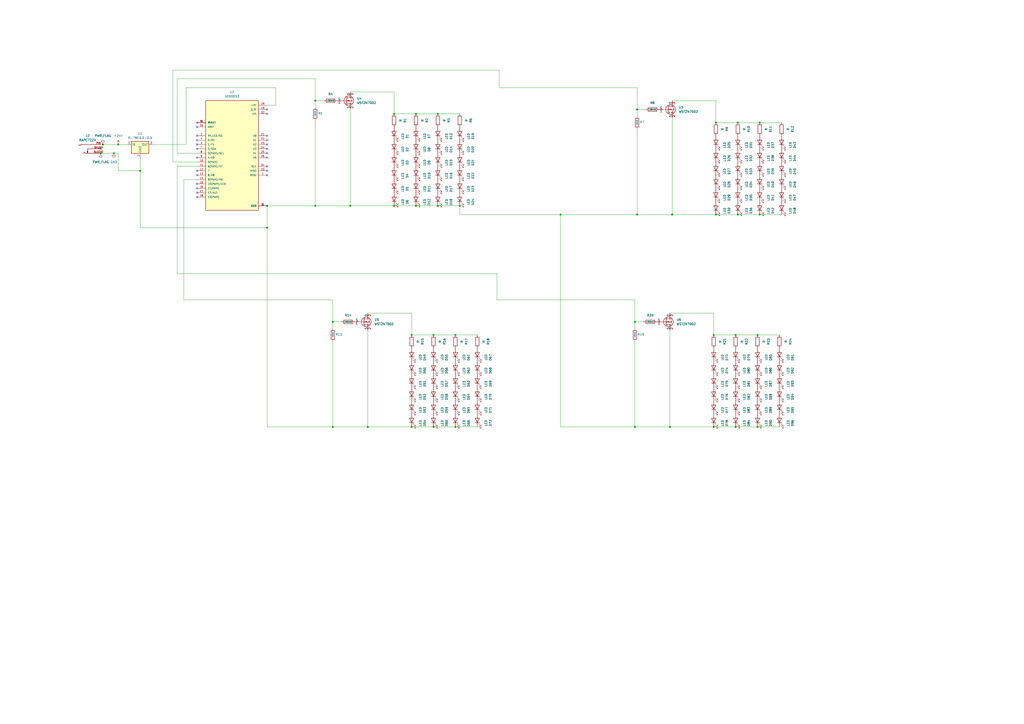
<source format=kicad_sch>
(kicad_sch (version 20250114) (generator "eeschema") (generator_version "9.0")
  (paper "A2")
  (junction (at 68.58 83.82))
  (junction (at 427.99 124.46))
  (junction (at 228.6 66.04))
  (junction (at 193.04 186.69))
  (junction (at 368.3 247.65))
  (junction (at 368.3 186.69))
  (junction (at 369.57 63.5))
  (junction (at 254 66.04))
  (junction (at 388.62 247.65))
  (junction (at 254 119.38))
  (junction (at 238.76 247.65))
  (junction (at 182.88 58.42))
  (junction (at 251.46 194.31))
  (junction (at 203.2 119.38))
  (junction (at 389.89 124.46))
  (junction (at 414.02 247.65))
  (junction (at 414.02 194.31))
  (junction (at 59.69 83.82))
  (junction (at 427.99 71.12))
  (junction (at 213.36 247.65))
  (junction (at 241.3 119.38))
  (junction (at 193.04 247.65))
  (junction (at 241.3 66.04))
  (junction (at 415.29 71.12))
  (junction (at 369.57 124.46))
  (junction (at 426.72 194.31))
  (junction (at 440.69 71.12))
  (junction (at 238.76 194.31))
  (junction (at 325.12 124.46))
  (junction (at 154.94 119.38))
  (junction (at 228.6 119.38))
  (junction (at 426.72 247.65))
  (junction (at 81.28 99.06))
  (junction (at 154.94 132.08))
  (junction (at 415.29 124.46))
  (junction (at 439.42 194.31))
  (junction (at 251.46 247.65))
  (junction (at 264.16 247.65))
  (junction (at 266.7 119.38))
  (junction (at 182.88 119.38))
  (junction (at 439.42 247.65))
  (junction (at 66.04 88.9))
  (junction (at 440.69 124.46))
  (junction (at 58.42 88.9))
  (junction (at 264.16 194.31))
  (no_connect (at 114.3 86.36))
  (no_connect (at 114.3 71.12))
  (no_connect (at 114.3 111.76))
  (no_connect (at 114.3 78.74))
  (no_connect (at 154.94 99.06))
  (no_connect (at 114.3 106.68))
  (no_connect (at 114.3 73.66))
  (no_connect (at 114.3 101.6))
  (no_connect (at 154.94 78.74))
  (no_connect (at 154.94 63.5))
  (no_connect (at 114.3 114.3))
  (no_connect (at 154.94 81.28))
  (no_connect (at 154.94 88.9))
  (no_connect (at 114.3 83.82))
  (no_connect (at 154.94 91.44))
  (no_connect (at 58.42 86.36))
  (no_connect (at 154.94 83.82))
  (no_connect (at 154.94 96.52))
  (no_connect (at 154.94 66.04))
  (no_connect (at 114.3 99.06))
  (no_connect (at 114.3 81.28))
  (no_connect (at 154.94 86.36))
  (no_connect (at 114.3 91.44))
  (no_connect (at 114.3 109.22))
  (no_connect (at 154.94 101.6))
  (wire (pts (xy 193.04 190.5) (xy 193.04 186.69)))
  (wire (pts (xy 369.57 74.93) (xy 369.57 124.46)))
  (wire (pts (xy 193.04 186.69) (xy 193.04 173.99)))
  (wire (pts (xy 81.28 99.06) (xy 81.28 132.08)))
  (wire (pts (xy 266.7 124.46) (xy 266.7 119.38)))
  (wire (pts (xy 440.69 124.46) (xy 453.39 124.46)))
  (wire (pts (xy 154.94 247.65) (xy 154.94 132.08)))
  (wire (pts (xy 213.36 191.77) (xy 213.36 247.65)))
  (wire (pts (xy 114.3 93.98) (xy 100.33 93.98)))
  (wire (pts (xy 325.12 247.65) (xy 368.3 247.65)))
  (wire (pts (xy 182.88 69.85) (xy 182.88 119.38)))
  (wire (pts (xy 389.89 68.58) (xy 389.89 124.46)))
  (wire (pts (xy 107.95 50.8) (xy 160.02 50.8)))
  (wire (pts (xy 238.76 247.65) (xy 251.46 247.65)))
  (wire (pts (xy 100.33 40.64) (xy 289.56 40.64)))
  (wire (pts (xy 389.89 58.42) (xy 415.29 58.42)))
  (wire (pts (xy 426.72 247.65) (xy 439.42 247.65)))
  (wire (pts (xy 389.89 124.46) (xy 415.29 124.46)))
  (wire (pts (xy 58.42 83.82) (xy 59.69 83.82)))
  (wire (pts (xy 241.3 119.38) (xy 254 119.38)))
  (wire (pts (xy 182.88 62.23) (xy 182.88 58.42)))
  (wire (pts (xy 203.2 119.38) (xy 228.6 119.38)))
  (wire (pts (xy 88.9 83.82) (xy 107.95 83.82)))
  (wire (pts (xy 388.62 247.65) (xy 414.02 247.65)))
  (wire (pts (xy 368.3 190.5) (xy 368.3 186.69)))
  (wire (pts (xy 106.68 173.99) (xy 193.04 173.99)))
  (wire (pts (xy 102.87 45.72) (xy 102.87 88.9)))
  (wire (pts (xy 426.72 194.31) (xy 439.42 194.31)))
  (wire (pts (xy 241.3 66.04) (xy 254 66.04)))
  (wire (pts (xy 414.02 181.61) (xy 414.02 194.31)))
  (wire (pts (xy 251.46 247.65) (xy 264.16 247.65)))
  (wire (pts (xy 368.3 186.69) (xy 368.3 173.99)))
  (wire (pts (xy 368.3 198.12) (xy 368.3 247.65)))
  (wire (pts (xy 414.02 194.31) (xy 426.72 194.31)))
  (wire (pts (xy 182.88 58.42) (xy 182.88 45.72)))
  (wire (pts (xy 251.46 194.31) (xy 264.16 194.31)))
  (wire (pts (xy 59.69 83.82) (xy 68.58 83.82)))
  (wire (pts (xy 114.3 96.52) (xy 102.87 96.52)))
  (wire (pts (xy 369.57 50.8) (xy 289.56 50.8)))
  (wire (pts (xy 182.88 58.42) (xy 187.96 58.42)))
  (wire (pts (xy 203.2 53.34) (xy 228.6 53.34)))
  (wire (pts (xy 289.56 40.64) (xy 289.56 50.8)))
  (wire (pts (xy 213.36 181.61) (xy 238.76 181.61)))
  (wire (pts (xy 369.57 67.31) (xy 369.57 63.5)))
  (wire (pts (xy 369.57 63.5) (xy 369.57 50.8)))
  (wire (pts (xy 439.42 247.65) (xy 452.12 247.65)))
  (wire (pts (xy 415.29 71.12) (xy 427.99 71.12)))
  (wire (pts (xy 254 119.38) (xy 266.7 119.38)))
  (wire (pts (xy 439.42 194.31) (xy 452.12 194.31)))
  (wire (pts (xy 81.28 99.06) (xy 81.28 91.44)))
  (wire (pts (xy 100.33 93.98) (xy 100.33 40.64)))
  (wire (pts (xy 68.58 83.82) (xy 73.66 83.82)))
  (wire (pts (xy 58.42 88.9) (xy 66.04 88.9)))
  (wire (pts (xy 238.76 194.31) (xy 251.46 194.31)))
  (wire (pts (xy 228.6 66.04) (xy 241.3 66.04)))
  (wire (pts (xy 415.29 124.46) (xy 427.99 124.46)))
  (wire (pts (xy 368.3 186.69) (xy 373.38 186.69)))
  (wire (pts (xy 106.68 104.14) (xy 106.68 173.99)))
  (wire (pts (xy 264.16 194.31) (xy 276.86 194.31)))
  (wire (pts (xy 266.7 124.46) (xy 325.12 124.46)))
  (wire (pts (xy 325.12 247.65) (xy 325.12 124.46)))
  (wire (pts (xy 369.57 124.46) (xy 389.89 124.46)))
  (wire (pts (xy 182.88 119.38) (xy 203.2 119.38)))
  (wire (pts (xy 154.94 132.08) (xy 81.28 132.08)))
  (wire (pts (xy 427.99 124.46) (xy 440.69 124.46)))
  (wire (pts (xy 102.87 158.75) (xy 288.29 158.75)))
  (wire (pts (xy 193.04 186.69) (xy 198.12 186.69)))
  (wire (pts (xy 415.29 58.42) (xy 415.29 71.12)))
  (wire (pts (xy 66.04 88.9) (xy 68.58 88.9)))
  (wire (pts (xy 160.02 50.8) (xy 160.02 60.96)))
  (wire (pts (xy 154.94 119.38) (xy 154.94 132.08)))
  (wire (pts (xy 154.94 119.38) (xy 182.88 119.38)))
  (wire (pts (xy 203.2 63.5) (xy 203.2 119.38)))
  (wire (pts (xy 427.99 71.12) (xy 440.69 71.12)))
  (wire (pts (xy 102.87 88.9) (xy 114.3 88.9)))
  (wire (pts (xy 238.76 181.61) (xy 238.76 194.31)))
  (wire (pts (xy 414.02 247.65) (xy 426.72 247.65)))
  (wire (pts (xy 288.29 158.75) (xy 288.29 173.99)))
  (wire (pts (xy 440.69 71.12) (xy 453.39 71.12)))
  (wire (pts (xy 68.58 99.06) (xy 81.28 99.06)))
  (wire (pts (xy 213.36 247.65) (xy 238.76 247.65)))
  (wire (pts (xy 388.62 191.77) (xy 388.62 247.65)))
  (wire (pts (xy 114.3 104.14) (xy 106.68 104.14)))
  (wire (pts (xy 107.95 83.82) (xy 107.95 50.8)))
  (wire (pts (xy 369.57 63.5) (xy 374.65 63.5)))
  (wire (pts (xy 254 66.04) (xy 266.7 66.04)))
  (wire (pts (xy 193.04 247.65) (xy 213.36 247.65)))
  (wire (pts (xy 368.3 247.65) (xy 388.62 247.65)))
  (wire (pts (xy 68.58 88.9) (xy 68.58 99.06)))
  (wire (pts (xy 228.6 53.34) (xy 228.6 66.04)))
  (wire (pts (xy 264.16 247.65) (xy 276.86 247.65)))
  (wire (pts (xy 160.02 60.96) (xy 154.94 60.96)))
  (wire (pts (xy 368.3 173.99) (xy 288.29 173.99)))
  (wire (pts (xy 228.6 119.38) (xy 241.3 119.38)))
  (wire (pts (xy 193.04 198.12) (xy 193.04 247.65)))
  (wire (pts (xy 154.94 247.65) (xy 193.04 247.65)))
  (wire (pts (xy 102.87 96.52) (xy 102.87 158.75)))
  (wire (pts (xy 388.62 181.61) (xy 414.02 181.61)))
  (wire (pts (xy 182.88 45.72) (xy 102.87 45.72)))
  (wire (pts (xy 325.12 124.46) (xy 369.57 124.46)))
  (symbol (lib_id "Device:R") (at 426.72 198.12 0) (unit 1)
    (property "Reference" "R22" (at 433.07 198.12 90))
    (property "Value" "R" (at 430.53 198.12 90))
    (property "Footprint" "Resistor_SMD:R_1210_3225Metric" (effects (hide yes)))
    (property "Description" "Resistor" (effects (hide yes)))
  )
  (symbol (lib_id "Device:LED") (at 440.69 97.79 90) (unit 1)
    (property "Reference" "D39" (at 448.31 99.3775 0))
    (property "Value" "LED" (at 445.77 99.3775 0))
    (property "Footprint" "LED_SMD:LED_Luminus_MP-3030-1100_3.0x3.0mm" (effects (hide yes)))
    (property "Datasheet" "https://jlcpcb.com/partdetail/Togialed-TJ_S3030UG5W6TLC6BA5/C1322326" (effects (hide yes)))
    (property "Description" "Light emitting diode" (effects (hide yes)))
    (property "Sim.Pins" "1=K 2=A" (effects (hide yes)))
  )
  (symbol (lib_id "Device:LED") (at 238.76 220.98 90) (unit 1)
    (property "Reference" "D51" (at 246.38 222.5675 0))
    (property "Value" "LED" (at 243.84 222.5675 0))
    (property "Footprint" "LED_SMD:LED_Luminus_MP-3030-1100_3.0x3.0mm" (effects (hide yes)))
    (property "Datasheet" "https://jlcpcb.com/partdetail/Togialed-TJ_S3030UG5W6TLC6BA5/C1322326" (effects (hide yes)))
    (property "Description" "Light emitting diode" (effects (hide yes)))
    (property "Sim.Pins" "1=K 2=A" (effects (hide yes)))
  )
  (symbol (lib_id "PCM_JLCPCB-Resistors:1206,10kΩ") (at 193.04 194.31 0) (unit 1)
    (property "Reference" "R13" (at 194.564 194.056 0) (effects (justify left)))
    (property "Value" "10kΩ" (at 193.04 194.31 90) (effects (font (size 0.8 0.8))))
    (property "Footprint" "PCM_JLCPCB:R_1206" (effects (hide yes)))
    (property "Datasheet" "https://www.lcsc.com/datasheet/lcsc_datasheet_2206010145_UNI-ROYAL-Uniroyal-Elec-1206W4F1002T5E_C17902.pdf" (effects (hide yes)))
    (property "Description" "250mW Thick Film Resistors 200V ±100ppm/°C ±1% 10kΩ 1206 Chip Resistor - Surface Mount ROHS" (effects (hide yes)))
    (property "LCSC" "C17902" (effects (hide yes)))
    (property "Stock" "2301652" (effects (hide yes)))
    (property "Price" "0.006USD" (effects (hide yes)))
    (property "Process" "SMT" (effects (hide yes)))
    (property "Minimum Qty" "15" (effects (hide yes)))
    (property "Attrition Qty" "10" (effects (hide yes)))
    (property "Class" "Basic Component" (effects (hide yes)))
    (property "Category" "Resistors,Chip Resistor - Surface Mount" (effects (hide yes)))
    (property "Manufacturer" "UNI-ROYAL(Uniroyal Elec)" (effects (hide yes)))
    (property "Part" "1206W4F1002T5E" (effects (hide yes)))
    (property "Resistance" "10kΩ" (effects (hide yes)))
    (property "Power(Watts)" "250mW" (effects (hide yes)))
    (property "Type" "Thick Film Resistors" (effects (hide yes)))
    (property "Overload Voltage (Max)" "200V" (effects (hide yes)))
    (property "Operating Temperature Range" "-55°C~+155°C" (effects (hide yes)))
    (property "Tolerance" "±1%" (effects (hide yes)))
    (property "Temperature Coefficient" "±100ppm/°C" (effects (hide yes)))
  )
  (symbol (lib_id "Device:LED") (at 427.99 90.17 90) (unit 1)
    (property "Reference" "D32" (at 435.61 91.7575 0))
    (property "Value" "LED" (at 433.07 91.7575 0))
    (property "Footprint" "LED_SMD:LED_Luminus_MP-3030-1100_3.0x3.0mm" (effects (hide yes)))
    (property "Datasheet" "https://jlcpcb.com/partdetail/Togialed-TJ_S3030UG5W6TLC6BA5/C1322326" (effects (hide yes)))
    (property "Description" "Light emitting diode" (effects (hide yes)))
    (property "Sim.Pins" "1=K 2=A" (effects (hide yes)))
  )
  (symbol (lib_id "Device:LED") (at 228.6 100.33 90) (unit 1)
    (property "Reference" "D4" (at 236.22 101.9175 0))
    (property "Value" "LED" (at 233.68 101.9175 0))
    (property "Footprint" "LED_SMD:LED_Luminus_MP-3030-1100_3.0x3.0mm" (effects (hide yes)))
    (property "Datasheet" "https://jlcpcb.com/partdetail/Togialed-TJ_S3030UG5W6TLC6BA5/C1322326" (effects (hide yes)))
    (property "Description" "Light emitting diode" (effects (hide yes)))
    (property "Sim.Pins" "1=K 2=A" (effects (hide yes)))
  )
  (symbol (lib_id "Device:LED") (at 266.7 85.09 90) (unit 1)
    (property "Reference" "D20" (at 274.32 86.6775 0))
    (property "Value" "LED" (at 271.78 86.6775 0))
    (property "Footprint" "LED_SMD:LED_Luminus_MP-3030-1100_3.0x3.0mm" (effects (hide yes)))
    (property "Datasheet" "https://jlcpcb.com/partdetail/Togialed-TJ_S3030UG5W6TLC6BA5/C1322326" (effects (hide yes)))
    (property "Description" "Light emitting diode" (effects (hide yes)))
    (property "Sim.Pins" "1=K 2=A" (effects (hide yes)))
  )
  (symbol (lib_id "Device:R") (at 440.69 74.93 0) (unit 1)
    (property "Reference" "R11" (at 447.04 74.93 90))
    (property "Value" "R" (at 444.5 74.93 90))
    (property "Footprint" "Resistor_SMD:R_1210_3225Metric" (effects (hide yes)))
    (property "Description" "Resistor" (effects (hide yes)))
  )
  (symbol (lib_id "Regulator_Switching:R-78E5.0-0.5") (at 81.28 83.82 0) (unit 1)
    (property "Reference" "U1" (at 81.28 77.47 0))
    (property "Value" "R-78E5.0-0.5" (at 81.28 80.01 0))
    (property "Footprint" "Converter_DCDC:Converter_DCDC_RECOM_R-78E-0.5_THT" (effects (hide yes)))
    (property "Datasheet" "https://www.recom-power.com/pdf/Innoline/R-78Exx-0.5.pdf" (effects (hide yes)))
    (property "Description" "500mA Step-Down DC/DC-Regulator, 7-28V input, 5V fixed Output Voltage, LM78xx replacement, -40°C to +85°C, SIP3" (effects (hide yes)))
  )
  (symbol (lib_id "RAPC722X:RAPC722X") (at 50.8 86.36 0) (unit 1)
    (property "Reference" "J2" (at 50.8 78.74 0))
    (property "Value" "RAPC722X" (at 50.8 81.28 0))
    (property "Footprint" "RAPC722X:SWITCHCRAFT_RAPC722X" (effects (hide yes)))
    (property "PARTREV" "A" (effects (hide yes)))
    (property "STANDARD" "Manufacturer Recommendations" (effects (hide yes)))
    (property "MAXIMUM_PACKAGE_HEIGHT" "11 mm" (effects (hide yes)))
    (property "MANUFACTURER" "Switchcraft" (effects (hide yes)))
  )
  (symbol (lib_id "Device:LED") (at 266.7 115.57 90) (unit 1)
    (property "Reference" "D24" (at 274.32 117.1575 0))
    (property "Value" "LED" (at 271.78 117.1575 0))
    (property "Footprint" "LED_SMD:LED_Luminus_MP-3030-1100_3.0x3.0mm" (effects (hide yes)))
    (property "Datasheet" "https://jlcpcb.com/partdetail/Togialed-TJ_S3030UG5W6TLC6BA5/C1322326" (effects (hide yes)))
    (property "Description" "Light emitting diode" (effects (hide yes)))
    (property "Sim.Pins" "1=K 2=A" (effects (hide yes)))
  )
  (symbol (lib_id "Device:LED") (at 254 77.47 90) (unit 1)
    (property "Reference" "D13" (at 261.62 79.0575 0))
    (property "Value" "LED" (at 259.08 79.0575 0))
    (property "Footprint" "LED_SMD:LED_Luminus_MP-3030-1100_3.0x3.0mm" (effects (hide yes)))
    (property "Datasheet" "https://jlcpcb.com/partdetail/Togialed-TJ_S3030UG5W6TLC6BA5/C1322326" (effects (hide yes)))
    (property "Description" "Light emitting diode" (effects (hide yes)))
    (property "Sim.Pins" "1=K 2=A" (effects (hide yes)))
  )
  (symbol (lib_id "Device:LED") (at 251.46 220.98 90) (unit 1)
    (property "Reference" "D57" (at 259.08 222.5675 0))
    (property "Value" "LED" (at 256.54 222.5675 0))
    (property "Footprint" "LED_SMD:LED_Luminus_MP-3030-1100_3.0x3.0mm" (effects (hide yes)))
    (property "Datasheet" "https://jlcpcb.com/partdetail/Togialed-TJ_S3030UG5W6TLC6BA5/C1322326" (effects (hide yes)))
    (property "Description" "Light emitting diode" (effects (hide yes)))
    (property "Sim.Pins" "1=K 2=A" (effects (hide yes)))
  )
  (symbol (lib_id "Device:LED") (at 241.3 92.71 90) (unit 1)
    (property "Reference" "D9" (at 248.92 94.2975 0))
    (property "Value" "LED" (at 246.38 94.2975 0))
    (property "Footprint" "LED_SMD:LED_Luminus_MP-3030-1100_3.0x3.0mm" (effects (hide yes)))
    (property "Datasheet" "https://jlcpcb.com/partdetail/Togialed-TJ_S3030UG5W6TLC6BA5/C1322326" (effects (hide yes)))
    (property "Description" "Light emitting diode" (effects (hide yes)))
    (property "Sim.Pins" "1=K 2=A" (effects (hide yes)))
  )
  (symbol (lib_id "Device:LED") (at 453.39 82.55 90) (unit 1)
    (property "Reference" "D43" (at 461.01 84.1375 0))
    (property "Value" "LED" (at 458.47 84.1375 0))
    (property "Footprint" "LED_SMD:LED_Luminus_MP-3030-1100_3.0x3.0mm" (effects (hide yes)))
    (property "Datasheet" "https://jlcpcb.com/partdetail/Togialed-TJ_S3030UG5W6TLC6BA5/C1322326" (effects (hide yes)))
    (property "Description" "Light emitting diode" (effects (hide yes)))
    (property "Sim.Pins" "1=K 2=A" (effects (hide yes)))
  )
  (symbol (lib_id "Device:LED") (at 266.7 77.47 90) (unit 1)
    (property "Reference" "D19" (at 274.32 79.0575 0))
    (property "Value" "LED" (at 271.78 79.0575 0))
    (property "Footprint" "LED_SMD:LED_Luminus_MP-3030-1100_3.0x3.0mm" (effects (hide yes)))
    (property "Datasheet" "https://jlcpcb.com/partdetail/Togialed-TJ_S3030UG5W6TLC6BA5/C1322326" (effects (hide yes)))
    (property "Description" "Light emitting diode" (effects (hide yes)))
    (property "Sim.Pins" "1=K 2=A" (effects (hide yes)))
  )
  (symbol (lib_id "Device:LED") (at 415.29 97.79 90) (unit 1)
    (property "Reference" "D27" (at 422.91 99.3775 0))
    (property "Value" "LED" (at 420.37 99.3775 0))
    (property "Footprint" "LED_SMD:LED_Luminus_MP-3030-1100_3.0x3.0mm" (effects (hide yes)))
    (property "Datasheet" "https://jlcpcb.com/partdetail/Togialed-TJ_S3030UG5W6TLC6BA5/C1322326" (effects (hide yes)))
    (property "Description" "Light emitting diode" (effects (hide yes)))
    (property "Sim.Pins" "1=K 2=A" (effects (hide yes)))
  )
  (symbol (lib_id "Device:LED") (at 426.72 205.74 90) (unit 1)
    (property "Reference" "D79" (at 434.34 207.3275 0))
    (property "Value" "LED" (at 431.8 207.3275 0))
    (property "Footprint" "LED_SMD:LED_Luminus_MP-3030-1100_3.0x3.0mm" (effects (hide yes)))
    (property "Datasheet" "https://jlcpcb.com/partdetail/Togialed-TJ_S3030UG5W6TLC6BA5/C1322326" (effects (hide yes)))
    (property "Description" "Light emitting diode" (effects (hide yes)))
    (property "Sim.Pins" "1=K 2=A" (effects (hide yes)))
  )
  (symbol (lib_id "Device:R") (at 427.99 74.93 0) (unit 1)
    (property "Reference" "R10" (at 434.34 74.93 90))
    (property "Value" "R" (at 431.8 74.93 90))
    (property "Footprint" "Resistor_SMD:R_1210_3225Metric" (effects (hide yes)))
    (property "Description" "Resistor" (effects (hide yes)))
  )
  (symbol (lib_id "WST2N7002:WST2N7002") (at 388.62 186.69 0) (unit 1)
    (property "Reference" "U6" (at 392.43 185.4199 0) (effects (justify left)))
    (property "Value" "WST2N7002" (at 392.43 187.9599 0) (effects (justify left)))
    (property "Footprint" "Package_TO_SOT_SMD:SOT-23" (effects (hide yes)))
    (property "Datasheet" "https://jlcpcb.com/partdetail/WinsokSemicon-WST2N7002/C86936" (effects (hide yes)))
  )
  (symbol (lib_id "Device:LED") (at 241.3 115.57 90) (unit 1)
    (property "Reference" "D12" (at 248.92 117.1575 0))
    (property "Value" "LED" (at 246.38 117.1575 0))
    (property "Footprint" "LED_SMD:LED_Luminus_MP-3030-1100_3.0x3.0mm" (effects (hide yes)))
    (property "Datasheet" "https://jlcpcb.com/partdetail/Togialed-TJ_S3030UG5W6TLC6BA5/C1322326" (effects (hide yes)))
    (property "Description" "Light emitting diode" (effects (hide yes)))
    (property "Sim.Pins" "1=K 2=A" (effects (hide yes)))
  )
  (symbol (lib_id "Device:LED") (at 440.69 113.03 90) (unit 1)
    (property "Reference" "D41" (at 448.31 114.6175 0))
    (property "Value" "LED" (at 445.77 114.6175 0))
    (property "Footprint" "LED_SMD:LED_Luminus_MP-3030-1100_3.0x3.0mm" (effects (hide yes)))
    (property "Datasheet" "https://jlcpcb.com/partdetail/Togialed-TJ_S3030UG5W6TLC6BA5/C1322326" (effects (hide yes)))
    (property "Description" "Light emitting diode" (effects (hide yes)))
    (property "Sim.Pins" "1=K 2=A" (effects (hide yes)))
  )
  (symbol (lib_id "Device:LED") (at 440.69 105.41 90) (unit 1)
    (property "Reference" "D40" (at 448.31 106.9975 0))
    (property "Value" "LED" (at 445.77 106.9975 0))
    (property "Footprint" "LED_SMD:LED_Luminus_MP-3030-1100_3.0x3.0mm" (effects (hide yes)))
    (property "Datasheet" "https://jlcpcb.com/partdetail/Togialed-TJ_S3030UG5W6TLC6BA5/C1322326" (effects (hide yes)))
    (property "Description" "Light emitting diode" (effects (hide yes)))
    (property "Sim.Pins" "1=K 2=A" (effects (hide yes)))
  )
  (symbol (lib_id "Device:LED") (at 415.29 90.17 90) (unit 1)
    (property "Reference" "D26" (at 422.91 91.7575 0))
    (property "Value" "LED" (at 420.37 91.7575 0))
    (property "Footprint" "LED_SMD:LED_Luminus_MP-3030-1100_3.0x3.0mm" (effects (hide yes)))
    (property "Datasheet" "https://jlcpcb.com/partdetail/Togialed-TJ_S3030UG5W6TLC6BA5/C1322326" (effects (hide yes)))
    (property "Description" "Light emitting diode" (effects (hide yes)))
    (property "Sim.Pins" "1=K 2=A" (effects (hide yes)))
  )
  (symbol (lib_id "PCM_JLCPCB-Resistors:1206,10kΩ") (at 368.3 194.31 0) (unit 1)
    (property "Reference" "R19" (at 369.824 194.056 0) (effects (justify left)))
    (property "Value" "10kΩ" (at 368.3 194.31 90) (effects (font (size 0.8 0.8))))
    (property "Footprint" "PCM_JLCPCB:R_1206" (effects (hide yes)))
    (property "Datasheet" "https://www.lcsc.com/datasheet/lcsc_datasheet_2206010145_UNI-ROYAL-Uniroyal-Elec-1206W4F1002T5E_C17902.pdf" (effects (hide yes)))
    (property "Description" "250mW Thick Film Resistors 200V ±100ppm/°C ±1% 10kΩ 1206 Chip Resistor - Surface Mount ROHS" (effects (hide yes)))
    (property "LCSC" "C17902" (effects (hide yes)))
    (property "Stock" "2301652" (effects (hide yes)))
    (property "Price" "0.006USD" (effects (hide yes)))
    (property "Process" "SMT" (effects (hide yes)))
    (property "Minimum Qty" "15" (effects (hide yes)))
    (property "Attrition Qty" "10" (effects (hide yes)))
    (property "Class" "Basic Component" (effects (hide yes)))
    (property "Category" "Resistors,Chip Resistor - Surface Mount" (effects (hide yes)))
    (property "Manufacturer" "UNI-ROYAL(Uniroyal Elec)" (effects (hide yes)))
    (property "Part" "1206W4F1002T5E" (effects (hide yes)))
    (property "Resistance" "10kΩ" (effects (hide yes)))
    (property "Power(Watts)" "250mW" (effects (hide yes)))
    (property "Type" "Thick Film Resistors" (effects (hide yes)))
    (property "Overload Voltage (Max)" "200V" (effects (hide yes)))
    (property "Operating Temperature Range" "-55°C~+155°C" (effects (hide yes)))
    (property "Tolerance" "±1%" (effects (hide yes)))
    (property "Temperature Coefficient" "±100ppm/°C" (effects (hide yes)))
  )
  (symbol (lib_id "Device:LED") (at 228.6 85.09 90) (unit 1)
    (property "Reference" "D2" (at 236.22 86.6775 0))
    (property "Value" "LED" (at 233.68 86.6775 0))
    (property "Footprint" "LED_SMD:LED_Luminus_MP-3030-1100_3.0x3.0mm" (effects (hide yes)))
    (property "Datasheet" "https://jlcpcb.com/partdetail/Togialed-TJ_S3030UG5W6TLC6BA5/C1322326" (effects (hide yes)))
    (property "Description" "Light emitting diode" (effects (hide yes)))
    (property "Sim.Pins" "1=K 2=A" (effects (hide yes)))
  )
  (symbol (lib_id "Device:LED") (at 241.3 107.95 90) (unit 1)
    (property "Reference" "D11" (at 248.92 109.5375 0))
    (property "Value" "LED" (at 246.38 109.5375 0))
    (property "Footprint" "LED_SMD:LED_Luminus_MP-3030-1100_3.0x3.0mm" (effects (hide yes)))
    (property "Datasheet" "https://jlcpcb.com/partdetail/Togialed-TJ_S3030UG5W6TLC6BA5/C1322326" (effects (hide yes)))
    (property "Description" "Light emitting diode" (effects (hide yes)))
    (property "Sim.Pins" "1=K 2=A" (effects (hide yes)))
  )
  (symbol (lib_id "Device:LED") (at 228.6 115.57 90) (unit 1)
    (property "Reference" "D6" (at 236.22 117.1575 0))
    (property "Value" "LED" (at 233.68 117.1575 0))
    (property "Footprint" "LED_SMD:LED_Luminus_MP-3030-1100_3.0x3.0mm" (effects (hide yes)))
    (property "Datasheet" "https://jlcpcb.com/partdetail/Togialed-TJ_S3030UG5W6TLC6BA5/C1322326" (effects (hide yes)))
    (property "Description" "Light emitting diode" (effects (hide yes)))
    (property "Sim.Pins" "1=K 2=A" (effects (hide yes)))
  )
  (symbol (lib_id "Device:LED") (at 276.86 213.36 90) (unit 1)
    (property "Reference" "D68" (at 284.48 214.9475 0))
    (property "Value" "LED" (at 281.94 214.9475 0))
    (property "Footprint" "LED_SMD:LED_Luminus_MP-3030-1100_3.0x3.0mm" (effects (hide yes)))
    (property "Datasheet" "https://jlcpcb.com/partdetail/Togialed-TJ_S3030UG5W6TLC6BA5/C1322326" (effects (hide yes)))
    (property "Description" "Light emitting diode" (effects (hide yes)))
    (property "Sim.Pins" "1=K 2=A" (effects (hide yes)))
  )
  (symbol (lib_id "Device:LED") (at 426.72 243.84 90) (unit 1)
    (property "Reference" "D84" (at 434.34 245.4275 0))
    (property "Value" "LED" (at 431.8 245.4275 0))
    (property "Footprint" "LED_SMD:LED_Luminus_MP-3030-1100_3.0x3.0mm" (effects (hide yes)))
    (property "Datasheet" "https://jlcpcb.com/partdetail/Togialed-TJ_S3030UG5W6TLC6BA5/C1322326" (effects (hide yes)))
    (property "Description" "Light emitting diode" (effects (hide yes)))
    (property "Sim.Pins" "1=K 2=A" (effects (hide yes)))
  )
  (symbol (lib_id "Device:R") (at 452.12 198.12 0) (unit 1)
    (property "Reference" "R24" (at 458.47 198.12 90))
    (property "Value" "R" (at 455.93 198.12 90))
    (property "Footprint" "Resistor_SMD:R_1210_3225Metric" (effects (hide yes)))
    (property "Description" "Resistor" (effects (hide yes)))
  )
  (symbol (lib_id "Device:LED") (at 452.12 228.6 90) (unit 1)
    (property "Reference" "D94" (at 459.74 230.1875 0))
    (property "Value" "LED" (at 457.2 230.1875 0))
    (property "Footprint" "LED_SMD:LED_Luminus_MP-3030-1100_3.0x3.0mm" (effects (hide yes)))
    (property "Datasheet" "https://jlcpcb.com/partdetail/Togialed-TJ_S3030UG5W6TLC6BA5/C1322326" (effects (hide yes)))
    (property "Description" "Light emitting diode" (effects (hide yes)))
    (property "Sim.Pins" "1=K 2=A" (effects (hide yes)))
  )
  (symbol (lib_id "Device:LED") (at 241.3 77.47 90) (unit 1)
    (property "Reference" "D7" (at 248.92 79.0575 0))
    (property "Value" "LED" (at 246.38 79.0575 0))
    (property "Footprint" "LED_SMD:LED_Luminus_MP-3030-1100_3.0x3.0mm" (effects (hide yes)))
    (property "Datasheet" "https://jlcpcb.com/partdetail/Togialed-TJ_S3030UG5W6TLC6BA5/C1322326" (effects (hide yes)))
    (property "Description" "Light emitting diode" (effects (hide yes)))
    (property "Sim.Pins" "1=K 2=A" (effects (hide yes)))
  )
  (symbol (lib_id "Device:LED") (at 453.39 113.03 90) (unit 1)
    (property "Reference" "D47" (at 461.01 114.6175 0))
    (property "Value" "LED" (at 458.47 114.6175 0))
    (property "Footprint" "LED_SMD:LED_Luminus_MP-3030-1100_3.0x3.0mm" (effects (hide yes)))
    (property "Datasheet" "https://jlcpcb.com/partdetail/Togialed-TJ_S3030UG5W6TLC6BA5/C1322326" (effects (hide yes)))
    (property "Description" "Light emitting diode" (effects (hide yes)))
    (property "Sim.Pins" "1=K 2=A" (effects (hide yes)))
  )
  (symbol (lib_id "Device:R") (at 228.6 69.85 0) (unit 1)
    (property "Reference" "R1" (at 234.95 69.85 90))
    (property "Value" "R" (at 232.41 69.85 90))
    (property "Footprint" "Resistor_SMD:R_1210_3225Metric" (effects (hide yes)))
    (property "Description" "Resistor" (effects (hide yes)))
  )
  (symbol (lib_id "Device:R") (at 414.02 198.12 0) (unit 1)
    (property "Reference" "R21" (at 420.37 198.12 90))
    (property "Value" "R" (at 417.83 198.12 90))
    (property "Footprint" "Resistor_SMD:R_1210_3225Metric" (effects (hide yes)))
    (property "Description" "Resistor" (effects (hide yes)))
  )
  (symbol (lib_id "Device:LED") (at 427.99 82.55 90) (unit 1)
    (property "Reference" "D31" (at 435.61 84.1375 0))
    (property "Value" "LED" (at 433.07 84.1375 0))
    (property "Footprint" "LED_SMD:LED_Luminus_MP-3030-1100_3.0x3.0mm" (effects (hide yes)))
    (property "Datasheet" "https://jlcpcb.com/partdetail/Togialed-TJ_S3030UG5W6TLC6BA5/C1322326" (effects (hide yes)))
    (property "Description" "Light emitting diode" (effects (hide yes)))
    (property "Sim.Pins" "1=K 2=A" (effects (hide yes)))
  )
  (symbol (lib_id "Device:R") (at 241.3 69.85 0) (unit 1)
    (property "Reference" "R2" (at 247.65 69.85 90))
    (property "Value" "R" (at 245.11 69.85 90))
    (property "Footprint" "Resistor_SMD:R_1210_3225Metric" (effects (hide yes)))
    (property "Description" "Resistor" (effects (hide yes)))
  )
  (symbol (lib_id "Device:LED") (at 439.42 236.22 90) (unit 1)
    (property "Reference" "D89" (at 447.04 237.8075 0))
    (property "Value" "LED" (at 444.5 237.8075 0))
    (property "Footprint" "LED_SMD:LED_Luminus_MP-3030-1100_3.0x3.0mm" (effects (hide yes)))
    (property "Datasheet" "https://jlcpcb.com/partdetail/Togialed-TJ_S3030UG5W6TLC6BA5/C1322326" (effects (hide yes)))
    (property "Description" "Light emitting diode" (effects (hide yes)))
    (property "Sim.Pins" "1=K 2=A" (effects (hide yes)))
  )
  (symbol (lib_id "Device:LED") (at 264.16 236.22 90) (unit 1)
    (property "Reference" "D65" (at 271.78 237.8075 0))
    (property "Value" "LED" (at 269.24 237.8075 0))
    (property "Footprint" "LED_SMD:LED_Luminus_MP-3030-1100_3.0x3.0mm" (effects (hide yes)))
    (property "Datasheet" "https://jlcpcb.com/partdetail/Togialed-TJ_S3030UG5W6TLC6BA5/C1322326" (effects (hide yes)))
    (property "Description" "Light emitting diode" (effects (hide yes)))
    (property "Sim.Pins" "1=K 2=A" (effects (hide yes)))
  )
  (symbol (lib_id "Device:LED") (at 241.3 85.09 90) (unit 1)
    (property "Reference" "D8" (at 248.92 86.6775 0))
    (property "Value" "LED" (at 246.38 86.6775 0))
    (property "Footprint" "LED_SMD:LED_Luminus_MP-3030-1100_3.0x3.0mm" (effects (hide yes)))
    (property "Datasheet" "https://jlcpcb.com/partdetail/Togialed-TJ_S3030UG5W6TLC6BA5/C1322326" (effects (hide yes)))
    (property "Description" "Light emitting diode" (effects (hide yes)))
    (property "Sim.Pins" "1=K 2=A" (effects (hide yes)))
  )
  (symbol (lib_id "Device:LED") (at 254 115.57 90) (unit 1)
    (property "Reference" "D18" (at 261.62 117.1575 0))
    (property "Value" "LED" (at 259.08 117.1575 0))
    (property "Footprint" "LED_SMD:LED_Luminus_MP-3030-1100_3.0x3.0mm" (effects (hide yes)))
    (property "Datasheet" "https://jlcpcb.com/partdetail/Togialed-TJ_S3030UG5W6TLC6BA5/C1322326" (effects (hide yes)))
    (property "Description" "Light emitting diode" (effects (hide yes)))
    (property "Sim.Pins" "1=K 2=A" (effects (hide yes)))
  )
  (symbol (lib_id "Device:LED") (at 264.16 243.84 90) (unit 1)
    (property "Reference" "D66" (at 271.78 245.4275 0))
    (property "Value" "LED" (at 269.24 245.4275 0))
    (property "Footprint" "LED_SMD:LED_Luminus_MP-3030-1100_3.0x3.0mm" (effects (hide yes)))
    (property "Datasheet" "https://jlcpcb.com/partdetail/Togialed-TJ_S3030UG5W6TLC6BA5/C1322326" (effects (hide yes)))
    (property "Description" "Light emitting diode" (effects (hide yes)))
    (property "Sim.Pins" "1=K 2=A" (effects (hide yes)))
  )
  (symbol (lib_id "Device:LED") (at 238.76 228.6 90) (unit 1)
    (property "Reference" "D52" (at 246.38 230.1875 0))
    (property "Value" "LED" (at 243.84 230.1875 0))
    (property "Footprint" "LED_SMD:LED_Luminus_MP-3030-1100_3.0x3.0mm" (effects (hide yes)))
    (property "Datasheet" "https://jlcpcb.com/partdetail/Togialed-TJ_S3030UG5W6TLC6BA5/C1322326" (effects (hide yes)))
    (property "Description" "Light emitting diode" (effects (hide yes)))
    (property "Sim.Pins" "1=K 2=A" (effects (hide yes)))
  )
  (symbol (lib_id "Device:LED") (at 264.16 220.98 90) (unit 1)
    (property "Reference" "D63" (at 271.78 222.5675 0))
    (property "Value" "LED" (at 269.24 222.5675 0))
    (property "Footprint" "LED_SMD:LED_Luminus_MP-3030-1100_3.0x3.0mm" (effects (hide yes)))
    (property "Datasheet" "https://jlcpcb.com/partdetail/Togialed-TJ_S3030UG5W6TLC6BA5/C1322326" (effects (hide yes)))
    (property "Description" "Light emitting diode" (effects (hide yes)))
    (property "Sim.Pins" "1=K 2=A" (effects (hide yes)))
  )
  (symbol (lib_id "Device:LED") (at 414.02 220.98 90) (unit 1)
    (property "Reference" "D75" (at 421.64 222.5675 0))
    (property "Value" "LED" (at 419.1 222.5675 0))
    (property "Footprint" "LED_SMD:LED_Luminus_MP-3030-1100_3.0x3.0mm" (effects (hide yes)))
    (property "Datasheet" "https://jlcpcb.com/partdetail/Togialed-TJ_S3030UG5W6TLC6BA5/C1322326" (effects (hide yes)))
    (property "Description" "Light emitting diode" (effects (hide yes)))
    (property "Sim.Pins" "1=K 2=A" (effects (hide yes)))
  )
  (symbol (lib_id "Device:R") (at 453.39 74.93 0) (unit 1)
    (property "Reference" "R12" (at 459.74 74.93 90))
    (property "Value" "R" (at 457.2 74.93 90))
    (property "Footprint" "Resistor_SMD:R_1210_3225Metric" (effects (hide yes)))
    (property "Description" "Resistor" (effects (hide yes)))
  )
  (symbol (lib_id "Device:LED") (at 427.99 120.65 90) (unit 1)
    (property "Reference" "D36" (at 435.61 122.2375 0))
    (property "Value" "LED" (at 433.07 122.2375 0))
    (property "Footprint" "LED_SMD:LED_Luminus_MP-3030-1100_3.0x3.0mm" (effects (hide yes)))
    (property "Datasheet" "https://jlcpcb.com/partdetail/Togialed-TJ_S3030UG5W6TLC6BA5/C1322326" (effects (hide yes)))
    (property "Description" "Light emitting diode" (effects (hide yes)))
    (property "Sim.Pins" "1=K 2=A" (effects (hide yes)))
  )
  (symbol (lib_id "Device:LED") (at 452.12 220.98 90) (unit 1)
    (property "Reference" "D93" (at 459.74 222.5675 0))
    (property "Value" "LED" (at 457.2 222.5675 0))
    (property "Footprint" "LED_SMD:LED_Luminus_MP-3030-1100_3.0x3.0mm" (effects (hide yes)))
    (property "Datasheet" "https://jlcpcb.com/partdetail/Togialed-TJ_S3030UG5W6TLC6BA5/C1322326" (effects (hide yes)))
    (property "Description" "Light emitting diode" (effects (hide yes)))
    (property "Sim.Pins" "1=K 2=A" (effects (hide yes)))
  )
  (symbol (lib_id "Device:LED") (at 415.29 105.41 90) (unit 1)
    (property "Reference" "D28" (at 422.91 106.9975 0))
    (property "Value" "LED" (at 420.37 106.9975 0))
    (property "Footprint" "LED_SMD:LED_Luminus_MP-3030-1100_3.0x3.0mm" (effects (hide yes)))
    (property "Datasheet" "https://jlcpcb.com/partdetail/Togialed-TJ_S3030UG5W6TLC6BA5/C1322326" (effects (hide yes)))
    (property "Description" "Light emitting diode" (effects (hide yes)))
    (property "Sim.Pins" "1=K 2=A" (effects (hide yes)))
  )
  (symbol (lib_id "Device:LED") (at 251.46 213.36 90) (unit 1)
    (property "Reference" "D56" (at 259.08 214.9475 0))
    (property "Value" "LED" (at 256.54 214.9475 0))
    (property "Footprint" "LED_SMD:LED_Luminus_MP-3030-1100_3.0x3.0mm" (effects (hide yes)))
    (property "Datasheet" "https://jlcpcb.com/partdetail/Togialed-TJ_S3030UG5W6TLC6BA5/C1322326" (effects (hide yes)))
    (property "Description" "Light emitting diode" (effects (hide yes)))
    (property "Sim.Pins" "1=K 2=A" (effects (hide yes)))
  )
  (symbol (lib_id "WST2N7002:WST2N7002") (at 213.36 186.69 0) (unit 1)
    (property "Reference" "U5" (at 217.17 185.4199 0) (effects (justify left)))
    (property "Value" "WST2N7002" (at 217.17 187.9599 0) (effects (justify left)))
    (property "Footprint" "Package_TO_SOT_SMD:SOT-23" (effects (hide yes)))
    (property "Datasheet" "https://jlcpcb.com/partdetail/WinsokSemicon-WST2N7002/C86936" (effects (hide yes)))
  )
  (symbol (lib_id "Device:LED") (at 440.69 90.17 90) (unit 1)
    (property "Reference" "D38" (at 448.31 91.7575 0))
    (property "Value" "LED" (at 445.77 91.7575 0))
    (property "Footprint" "LED_SMD:LED_Luminus_MP-3030-1100_3.0x3.0mm" (effects (hide yes)))
    (property "Datasheet" "https://jlcpcb.com/partdetail/Togialed-TJ_S3030UG5W6TLC6BA5/C1322326" (effects (hide yes)))
    (property "Description" "Light emitting diode" (effects (hide yes)))
    (property "Sim.Pins" "1=K 2=A" (effects (hide yes)))
  )
  (symbol (lib_id "Device:LED") (at 453.39 105.41 90) (unit 1)
    (property "Reference" "D46" (at 461.01 106.9975 0))
    (property "Value" "LED" (at 458.47 106.9975 0))
    (property "Footprint" "LED_SMD:LED_Luminus_MP-3030-1100_3.0x3.0mm" (effects (hide yes)))
    (property "Datasheet" "https://jlcpcb.com/partdetail/Togialed-TJ_S3030UG5W6TLC6BA5/C1322326" (effects (hide yes)))
    (property "Description" "Light emitting diode" (effects (hide yes)))
    (property "Sim.Pins" "1=K 2=A" (effects (hide yes)))
  )
  (symbol (lib_id "Device:LED") (at 452.12 236.22 90) (unit 1)
    (property "Reference" "D95" (at 459.74 237.8075 0))
    (property "Value" "LED" (at 457.2 237.8075 0))
    (property "Footprint" "LED_SMD:LED_Luminus_MP-3030-1100_3.0x3.0mm" (effects (hide yes)))
    (property "Datasheet" "https://jlcpcb.com/partdetail/Togialed-TJ_S3030UG5W6TLC6BA5/C1322326" (effects (hide yes)))
    (property "Description" "Light emitting diode" (effects (hide yes)))
    (property "Sim.Pins" "1=K 2=A" (effects (hide yes)))
  )
  (symbol (lib_id "Device:R") (at 264.16 198.12 0) (unit 1)
    (property "Reference" "R17" (at 270.51 198.12 90))
    (property "Value" "R" (at 267.97 198.12 90))
    (property "Footprint" "Resistor_SMD:R_1210_3225Metric" (effects (hide yes)))
    (property "Description" "Resistor" (effects (hide yes)))
  )
  (symbol (lib_id "Device:R") (at 251.46 198.12 0) (unit 1)
    (property "Reference" "R16" (at 257.81 198.12 90))
    (property "Value" "R" (at 255.27 198.12 90))
    (property "Footprint" "Resistor_SMD:R_1210_3225Metric" (effects (hide yes)))
    (property "Description" "Resistor" (effects (hide yes)))
  )
  (symbol (lib_id "Device:LED") (at 266.7 100.33 90) (unit 1)
    (property "Reference" "D22" (at 274.32 101.9175 0))
    (property "Value" "LED" (at 271.78 101.9175 0))
    (property "Footprint" "LED_SMD:LED_Luminus_MP-3030-1100_3.0x3.0mm" (effects (hide yes)))
    (property "Datasheet" "https://jlcpcb.com/partdetail/Togialed-TJ_S3030UG5W6TLC6BA5/C1322326" (effects (hide yes)))
    (property "Description" "Light emitting diode" (effects (hide yes)))
    (property "Sim.Pins" "1=K 2=A" (effects (hide yes)))
  )
  (symbol (lib_id "Device:LED") (at 453.39 120.65 90) (unit 1)
    (property "Reference" "D48" (at 461.01 122.2375 0))
    (property "Value" "LED" (at 458.47 122.2375 0))
    (property "Footprint" "LED_SMD:LED_Luminus_MP-3030-1100_3.0x3.0mm" (effects (hide yes)))
    (property "Datasheet" "https://jlcpcb.com/partdetail/Togialed-TJ_S3030UG5W6TLC6BA5/C1322326" (effects (hide yes)))
    (property "Description" "Light emitting diode" (effects (hide yes)))
    (property "Sim.Pins" "1=K 2=A" (effects (hide yes)))
  )
  (symbol (lib_id "Device:R") (at 254 69.85 0) (unit 1)
    (property "Reference" "R3" (at 260.35 69.85 90))
    (property "Value" "R" (at 257.81 69.85 90))
    (property "Footprint" "Resistor_SMD:R_1210_3225Metric" (effects (hide yes)))
    (property "Description" "Resistor" (effects (hide yes)))
  )
  (symbol (lib_id "PCM_JLCPCB-Resistors:1206,100mΩ") (at 191.77 58.42 90) (unit 1)
    (property "Reference" "R4" (at 191.77 54.61 90))
    (property "Value" "100mΩ" (at 191.77 58.42 90) (effects (font (size 0.8 0.8))))
    (property "Footprint" "PCM_JLCPCB:R_1206" (effects (hide yes)))
    (property "Datasheet" "https://www.lcsc.com/datasheet/lcsc_datasheet_2205311900_UNI-ROYAL-Uniroyal-Elec-1206W4F100LT5E_C25334.pdf" (effects (hide yes)))
    (property "Description" "250mW Thick Film Resistors 200V ±800ppm/°C ±1% 100mΩ 1206 Chip Resistor - Surface Mount ROHS" (effects (hide yes)))
    (property "LCSC" "C25334" (effects (hide yes)))
    (property "Stock" "413681" (effects (hide yes)))
    (property "Price" "0.008USD" (effects (hide yes)))
    (property "Process" "SMT" (effects (hide yes)))
    (property "Minimum Qty" "15" (effects (hide yes)))
    (property "Attrition Qty" "10" (effects (hide yes)))
    (property "Class" "Basic Component" (effects (hide yes)))
    (property "Category" "Resistors,Chip Resistor - Surface Mount" (effects (hide yes)))
    (property "Manufacturer" "UNI-ROYAL(Uniroyal Elec)" (effects (hide yes)))
    (property "Part" "1206W4F100LT5E" (effects (hide yes)))
    (property "Resistance" "100mΩ" (effects (hide yes)))
    (property "Power(Watts)" "250mW" (effects (hide yes)))
    (property "Type" "Thick Film Resistors" (effects (hide yes)))
    (property "Overload Voltage (Max)" "200V" (effects (hide yes)))
    (property "Operating Temperature Range" "-55°C~+155°C" (effects (hide yes)))
    (property "Tolerance" "±1%" (effects (hide yes)))
    (property "Temperature Coefficient" "±800ppm/°C" (effects (hide yes)))
  )
  (symbol (lib_id "Device:LED") (at 238.76 236.22 90) (unit 1)
    (property "Reference" "D53" (at 246.38 237.8075 0))
    (property "Value" "LED" (at 243.84 237.8075 0))
    (property "Footprint" "LED_SMD:LED_Luminus_MP-3030-1100_3.0x3.0mm" (effects (hide yes)))
    (property "Datasheet" "https://jlcpcb.com/partdetail/Togialed-TJ_S3030UG5W6TLC6BA5/C1322326" (effects (hide yes)))
    (property "Description" "Light emitting diode" (effects (hide yes)))
    (property "Sim.Pins" "1=K 2=A" (effects (hide yes)))
  )
  (symbol (lib_id "Device:LED") (at 254 100.33 90) (unit 1)
    (property "Reference" "D16" (at 261.62 101.9175 0))
    (property "Value" "LED" (at 259.08 101.9175 0))
    (property "Footprint" "LED_SMD:LED_Luminus_MP-3030-1100_3.0x3.0mm" (effects (hide yes)))
    (property "Datasheet" "https://jlcpcb.com/partdetail/Togialed-TJ_S3030UG5W6TLC6BA5/C1322326" (effects (hide yes)))
    (property "Description" "Light emitting diode" (effects (hide yes)))
    (property "Sim.Pins" "1=K 2=A" (effects (hide yes)))
  )
  (symbol (lib_id "Device:LED") (at 440.69 120.65 90) (unit 1)
    (property "Reference" "D42" (at 448.31 122.2375 0))
    (property "Value" "LED" (at 445.77 122.2375 0))
    (property "Footprint" "LED_SMD:LED_Luminus_MP-3030-1100_3.0x3.0mm" (effects (hide yes)))
    (property "Datasheet" "https://jlcpcb.com/partdetail/Togialed-TJ_S3030UG5W6TLC6BA5/C1322326" (effects (hide yes)))
    (property "Description" "Light emitting diode" (effects (hide yes)))
    (property "Sim.Pins" "1=K 2=A" (effects (hide yes)))
  )
  (symbol (lib_id "Device:LED") (at 254 107.95 90) (unit 1)
    (property "Reference" "D17" (at 261.62 109.5375 0))
    (property "Value" "LED" (at 259.08 109.5375 0))
    (property "Footprint" "LED_SMD:LED_Luminus_MP-3030-1100_3.0x3.0mm" (effects (hide yes)))
    (property "Datasheet" "https://jlcpcb.com/partdetail/Togialed-TJ_S3030UG5W6TLC6BA5/C1322326" (effects (hide yes)))
    (property "Description" "Light emitting diode" (effects (hide yes)))
    (property "Sim.Pins" "1=K 2=A" (effects (hide yes)))
  )
  (symbol (lib_id "Device:LED") (at 452.12 243.84 90) (unit 1)
    (property "Reference" "D96" (at 459.74 245.4275 0))
    (property "Value" "LED" (at 457.2 245.4275 0))
    (property "Footprint" "LED_SMD:LED_Luminus_MP-3030-1100_3.0x3.0mm" (effects (hide yes)))
    (property "Datasheet" "https://jlcpcb.com/partdetail/Togialed-TJ_S3030UG5W6TLC6BA5/C1322326" (effects (hide yes)))
    (property "Description" "Light emitting diode" (effects (hide yes)))
    (property "Sim.Pins" "1=K 2=A" (effects (hide yes)))
  )
  (symbol (lib_id "power:+24V") (at 68.58 83.82 0) (unit 1)
    (property "Reference" "#PWR2" (effects (hide yes)))
    (property "Value" "+24V" (at 68.58 78.74 0))
    (property "Description" "Power symbol creates a global label with name \"+24V\"" (effects (hide yes)))
  )
  (symbol (lib_id "Device:LED") (at 228.6 77.47 90) (unit 1)
    (property "Reference" "D1" (at 236.22 79.0575 0))
    (property "Value" "LED" (at 233.68 79.0575 0))
    (property "Footprint" "LED_SMD:LED_Luminus_MP-3030-1100_3.0x3.0mm" (effects (hide yes)))
    (property "Datasheet" "https://jlcpcb.com/partdetail/Togialed-TJ_S3030UG5W6TLC6BA5/C1322326" (effects (hide yes)))
    (property "Description" "Light emitting diode" (effects (hide yes)))
    (property "Sim.Pins" "1=K 2=A" (effects (hide yes)))
  )
  (symbol (lib_id "Device:R") (at 276.86 198.12 0) (unit 1)
    (property "Reference" "R18" (at 283.21 198.12 90))
    (property "Value" "R" (at 280.67 198.12 90))
    (property "Footprint" "Resistor_SMD:R_1210_3225Metric" (effects (hide yes)))
    (property "Description" "Resistor" (effects (hide yes)))
  )
  (symbol (lib_id "Device:LED") (at 414.02 243.84 90) (unit 1)
    (property "Reference" "D78" (at 421.64 245.4275 0))
    (property "Value" "LED" (at 419.1 245.4275 0))
    (property "Footprint" "LED_SMD:LED_Luminus_MP-3030-1100_3.0x3.0mm" (effects (hide yes)))
    (property "Datasheet" "https://jlcpcb.com/partdetail/Togialed-TJ_S3030UG5W6TLC6BA5/C1322326" (effects (hide yes)))
    (property "Description" "Light emitting diode" (effects (hide yes)))
    (property "Sim.Pins" "1=K 2=A" (effects (hide yes)))
  )
  (symbol (lib_id "Device:LED") (at 228.6 107.95 90) (unit 1)
    (property "Reference" "D5" (at 236.22 109.5375 0))
    (property "Value" "LED" (at 233.68 109.5375 0))
    (property "Footprint" "LED_SMD:LED_Luminus_MP-3030-1100_3.0x3.0mm" (effects (hide yes)))
    (property "Datasheet" "https://jlcpcb.com/partdetail/Togialed-TJ_S3030UG5W6TLC6BA5/C1322326" (effects (hide yes)))
    (property "Description" "Light emitting diode" (effects (hide yes)))
    (property "Sim.Pins" "1=K 2=A" (effects (hide yes)))
  )
  (symbol (lib_id "Device:LED") (at 426.72 236.22 90) (unit 1)
    (property "Reference" "D83" (at 434.34 237.8075 0))
    (property "Value" "LED" (at 431.8 237.8075 0))
    (property "Footprint" "LED_SMD:LED_Luminus_MP-3030-1100_3.0x3.0mm" (effects (hide yes)))
    (property "Datasheet" "https://jlcpcb.com/partdetail/Togialed-TJ_S3030UG5W6TLC6BA5/C1322326" (effects (hide yes)))
    (property "Description" "Light emitting diode" (effects (hide yes)))
    (property "Sim.Pins" "1=K 2=A" (effects (hide yes)))
  )
  (symbol (lib_id "Device:LED") (at 453.39 97.79 90) (unit 1)
    (property "Reference" "D45" (at 461.01 99.3775 0))
    (property "Value" "LED" (at 458.47 99.3775 0))
    (property "Footprint" "LED_SMD:LED_Luminus_MP-3030-1100_3.0x3.0mm" (effects (hide yes)))
    (property "Datasheet" "https://jlcpcb.com/partdetail/Togialed-TJ_S3030UG5W6TLC6BA5/C1322326" (effects (hide yes)))
    (property "Description" "Light emitting diode" (effects (hide yes)))
    (property "Sim.Pins" "1=K 2=A" (effects (hide yes)))
  )
  (symbol (lib_id "Device:LED") (at 439.42 220.98 90) (unit 1)
    (property "Reference" "D87" (at 447.04 222.5675 0))
    (property "Value" "LED" (at 444.5 222.5675 0))
    (property "Footprint" "LED_SMD:LED_Luminus_MP-3030-1100_3.0x3.0mm" (effects (hide yes)))
    (property "Datasheet" "https://jlcpcb.com/partdetail/Togialed-TJ_S3030UG5W6TLC6BA5/C1322326" (effects (hide yes)))
    (property "Description" "Light emitting diode" (effects (hide yes)))
    (property "Sim.Pins" "1=K 2=A" (effects (hide yes)))
  )
  (symbol (lib_id "Device:LED") (at 439.42 205.74 90) (unit 1)
    (property "Reference" "D85" (at 447.04 207.3275 0))
    (property "Value" "LED" (at 444.5 207.3275 0))
    (property "Footprint" "LED_SMD:LED_Luminus_MP-3030-1100_3.0x3.0mm" (effects (hide yes)))
    (property "Datasheet" "https://jlcpcb.com/partdetail/Togialed-TJ_S3030UG5W6TLC6BA5/C1322326" (effects (hide yes)))
    (property "Description" "Light emitting diode" (effects (hide yes)))
    (property "Sim.Pins" "1=K 2=A" (effects (hide yes)))
  )
  (symbol (lib_id "Device:LED") (at 426.72 220.98 90) (unit 1)
    (property "Reference" "D81" (at 434.34 222.5675 0))
    (property "Value" "LED" (at 431.8 222.5675 0))
    (property "Footprint" "LED_SMD:LED_Luminus_MP-3030-1100_3.0x3.0mm" (effects (hide yes)))
    (property "Datasheet" "https://jlcpcb.com/partdetail/Togialed-TJ_S3030UG5W6TLC6BA5/C1322326" (effects (hide yes)))
    (property "Description" "Light emitting diode" (effects (hide yes)))
    (property "Sim.Pins" "1=K 2=A" (effects (hide yes)))
  )
  (symbol (lib_id "Device:LED") (at 251.46 205.74 90) (unit 1)
    (property "Reference" "D55" (at 259.08 207.3275 0))
    (property "Value" "LED" (at 256.54 207.3275 0))
    (property "Footprint" "LED_SMD:LED_Luminus_MP-3030-1100_3.0x3.0mm" (effects (hide yes)))
    (property "Datasheet" "https://jlcpcb.com/partdetail/Togialed-TJ_S3030UG5W6TLC6BA5/C1322326" (effects (hide yes)))
    (property "Description" "Light emitting diode" (effects (hide yes)))
    (property "Sim.Pins" "1=K 2=A" (effects (hide yes)))
  )
  (symbol (lib_id "PCM_JLCPCB-Resistors:1206,100mΩ") (at 378.46 63.5 90) (unit 1)
    (property "Reference" "R8" (at 378.46 59.69 90))
    (property "Value" "100mΩ" (at 378.46 63.5 90) (effects (font (size 0.8 0.8))))
    (property "Footprint" "PCM_JLCPCB:R_1206" (effects (hide yes)))
    (property "Datasheet" "https://www.lcsc.com/datasheet/lcsc_datasheet_2205311900_UNI-ROYAL-Uniroyal-Elec-1206W4F100LT5E_C25334.pdf" (effects (hide yes)))
    (property "Description" "250mW Thick Film Resistors 200V ±800ppm/°C ±1% 100mΩ 1206 Chip Resistor - Surface Mount ROHS" (effects (hide yes)))
    (property "LCSC" "C25334" (effects (hide yes)))
    (property "Stock" "413681" (effects (hide yes)))
    (property "Price" "0.008USD" (effects (hide yes)))
    (property "Process" "SMT" (effects (hide yes)))
    (property "Minimum Qty" "15" (effects (hide yes)))
    (property "Attrition Qty" "10" (effects (hide yes)))
    (property "Class" "Basic Component" (effects (hide yes)))
    (property "Category" "Resistors,Chip Resistor - Surface Mount" (effects (hide yes)))
    (property "Manufacturer" "UNI-ROYAL(Uniroyal Elec)" (effects (hide yes)))
    (property "Part" "1206W4F100LT5E" (effects (hide yes)))
    (property "Resistance" "100mΩ" (effects (hide yes)))
    (property "Power(Watts)" "250mW" (effects (hide yes)))
    (property "Type" "Thick Film Resistors" (effects (hide yes)))
    (property "Overload Voltage (Max)" "200V" (effects (hide yes)))
    (property "Operating Temperature Range" "-55°C~+155°C" (effects (hide yes)))
    (property "Tolerance" "±1%" (effects (hide yes)))
    (property "Temperature Coefficient" "±800ppm/°C" (effects (hide yes)))
  )
  (symbol (lib_id "Device:LED") (at 452.12 205.74 90) (unit 1)
    (property "Reference" "D91" (at 459.74 207.3275 0))
    (property "Value" "LED" (at 457.2 207.3275 0))
    (property "Footprint" "LED_SMD:LED_Luminus_MP-3030-1100_3.0x3.0mm" (effects (hide yes)))
    (property "Datasheet" "https://jlcpcb.com/partdetail/Togialed-TJ_S3030UG5W6TLC6BA5/C1322326" (effects (hide yes)))
    (property "Description" "Light emitting diode" (effects (hide yes)))
    (property "Sim.Pins" "1=K 2=A" (effects (hide yes)))
  )
  (symbol (lib_id "Device:LED") (at 276.86 220.98 90) (unit 1)
    (property "Reference" "D69" (at 284.48 222.5675 0))
    (property "Value" "LED" (at 281.94 222.5675 0))
    (property "Footprint" "LED_SMD:LED_Luminus_MP-3030-1100_3.0x3.0mm" (effects (hide yes)))
    (property "Datasheet" "https://jlcpcb.com/partdetail/Togialed-TJ_S3030UG5W6TLC6BA5/C1322326" (effects (hide yes)))
    (property "Description" "Light emitting diode" (effects (hide yes)))
    (property "Sim.Pins" "1=K 2=A" (effects (hide yes)))
  )
  (symbol (lib_id "Device:LED") (at 276.86 243.84 90) (unit 1)
    (property "Reference" "D72" (at 284.48 245.4275 0))
    (property "Value" "LED" (at 281.94 245.4275 0))
    (property "Footprint" "LED_SMD:LED_Luminus_MP-3030-1100_3.0x3.0mm" (effects (hide yes)))
    (property "Datasheet" "https://jlcpcb.com/partdetail/Togialed-TJ_S3030UG5W6TLC6BA5/C1322326" (effects (hide yes)))
    (property "Description" "Light emitting diode" (effects (hide yes)))
    (property "Sim.Pins" "1=K 2=A" (effects (hide yes)))
  )
  (symbol (lib_id "Device:LED") (at 251.46 236.22 90) (unit 1)
    (property "Reference" "D59" (at 259.08 237.8075 0))
    (property "Value" "LED" (at 256.54 237.8075 0))
    (property "Footprint" "LED_SMD:LED_Luminus_MP-3030-1100_3.0x3.0mm" (effects (hide yes)))
    (property "Datasheet" "https://jlcpcb.com/partdetail/Togialed-TJ_S3030UG5W6TLC6BA5/C1322326" (effects (hide yes)))
    (property "Description" "Light emitting diode" (effects (hide yes)))
    (property "Sim.Pins" "1=K 2=A" (effects (hide yes)))
  )
  (symbol (lib_id "Device:LED") (at 276.86 236.22 90) (unit 1)
    (property "Reference" "D71" (at 284.48 237.8075 0))
    (property "Value" "LED" (at 281.94 237.8075 0))
    (property "Footprint" "LED_SMD:LED_Luminus_MP-3030-1100_3.0x3.0mm" (effects (hide yes)))
    (property "Datasheet" "https://jlcpcb.com/partdetail/Togialed-TJ_S3030UG5W6TLC6BA5/C1322326" (effects (hide yes)))
    (property "Description" "Light emitting diode" (effects (hide yes)))
    (property "Sim.Pins" "1=K 2=A" (effects (hide yes)))
  )
  (symbol (lib_id "power:GND") (at 66.04 88.9 0) (unit 1)
    (property "Reference" "#PWR1" (effects (hide yes)))
    (property "Value" "GND" (at 66.04 93.98 0))
    (property "Description" "Power symbol creates a global label with name \"GND\" , ground" (effects (hide yes)))
  )
  (symbol (lib_id "Device:LED") (at 453.39 90.17 90) (unit 1)
    (property "Reference" "D44" (at 461.01 91.7575 0))
    (property "Value" "LED" (at 458.47 91.7575 0))
    (property "Footprint" "LED_SMD:LED_Luminus_MP-3030-1100_3.0x3.0mm" (effects (hide yes)))
    (property "Datasheet" "https://jlcpcb.com/partdetail/Togialed-TJ_S3030UG5W6TLC6BA5/C1322326" (effects (hide yes)))
    (property "Description" "Light emitting diode" (effects (hide yes)))
    (property "Sim.Pins" "1=K 2=A" (effects (hide yes)))
  )
  (symbol (lib_id "Device:LED") (at 264.16 228.6 90) (unit 1)
    (property "Reference" "D64" (at 271.78 230.1875 0))
    (property "Value" "LED" (at 269.24 230.1875 0))
    (property "Footprint" "LED_SMD:LED_Luminus_MP-3030-1100_3.0x3.0mm" (effects (hide yes)))
    (property "Datasheet" "https://jlcpcb.com/partdetail/Togialed-TJ_S3030UG5W6TLC6BA5/C1322326" (effects (hide yes)))
    (property "Description" "Light emitting diode" (effects (hide yes)))
    (property "Sim.Pins" "1=K 2=A" (effects (hide yes)))
  )
  (symbol (lib_id "PCM_JLCPCB-Resistors:1206,100mΩ") (at 201.93 186.69 90) (unit 1)
    (property "Reference" "R14" (at 201.93 182.88 90))
    (property "Value" "100mΩ" (at 201.93 186.69 90) (effects (font (size 0.8 0.8))))
    (property "Footprint" "PCM_JLCPCB:R_1206" (effects (hide yes)))
    (property "Datasheet" "https://www.lcsc.com/datasheet/lcsc_datasheet_2205311900_UNI-ROYAL-Uniroyal-Elec-1206W4F100LT5E_C25334.pdf" (effects (hide yes)))
    (property "Description" "250mW Thick Film Resistors 200V ±800ppm/°C ±1% 100mΩ 1206 Chip Resistor - Surface Mount ROHS" (effects (hide yes)))
    (property "LCSC" "C25334" (effects (hide yes)))
    (property "Stock" "413681" (effects (hide yes)))
    (property "Price" "0.008USD" (effects (hide yes)))
    (property "Process" "SMT" (effects (hide yes)))
    (property "Minimum Qty" "15" (effects (hide yes)))
    (property "Attrition Qty" "10" (effects (hide yes)))
    (property "Class" "Basic Component" (effects (hide yes)))
    (property "Category" "Resistors,Chip Resistor - Surface Mount" (effects (hide yes)))
    (property "Manufacturer" "UNI-ROYAL(Uniroyal Elec)" (effects (hide yes)))
    (property "Part" "1206W4F100LT5E" (effects (hide yes)))
    (property "Resistance" "100mΩ" (effects (hide yes)))
    (property "Power(Watts)" "250mW" (effects (hide yes)))
    (property "Type" "Thick Film Resistors" (effects (hide yes)))
    (property "Overload Voltage (Max)" "200V" (effects (hide yes)))
    (property "Operating Temperature Range" "-55°C~+155°C" (effects (hide yes)))
    (property "Tolerance" "±1%" (effects (hide yes)))
    (property "Temperature Coefficient" "±800ppm/°C" (effects (hide yes)))
  )
  (symbol (lib_id "Device:LED") (at 426.72 213.36 90) (unit 1)
    (property "Reference" "D80" (at 434.34 214.9475 0))
    (property "Value" "LED" (at 431.8 214.9475 0))
    (property "Footprint" "LED_SMD:LED_Luminus_MP-3030-1100_3.0x3.0mm" (effects (hide yes)))
    (property "Datasheet" "https://jlcpcb.com/partdetail/Togialed-TJ_S3030UG5W6TLC6BA5/C1322326" (effects (hide yes)))
    (property "Description" "Light emitting diode" (effects (hide yes)))
    (property "Sim.Pins" "1=K 2=A" (effects (hide yes)))
  )
  (symbol (lib_id "Device:LED") (at 264.16 213.36 90) (unit 1)
    (property "Reference" "D62" (at 271.78 214.9475 0))
    (property "Value" "LED" (at 269.24 214.9475 0))
    (property "Footprint" "LED_SMD:LED_Luminus_MP-3030-1100_3.0x3.0mm" (effects (hide yes)))
    (property "Datasheet" "https://jlcpcb.com/partdetail/Togialed-TJ_S3030UG5W6TLC6BA5/C1322326" (effects (hide yes)))
    (property "Description" "Light emitting diode" (effects (hide yes)))
    (property "Sim.Pins" "1=K 2=A" (effects (hide yes)))
  )
  (symbol (lib_id "power:PWR_FLAG") (at 59.69 83.82 0) (unit 1)
    (property "Reference" "#FLG1" (effects (hide yes)))
    (property "Value" "PWR_FLAG" (at 59.69 78.74 0))
    (property "Description" "Special symbol for telling ERC where power comes from" (effects (hide yes)))
  )
  (symbol (lib_id "Device:LED") (at 440.69 82.55 90) (unit 1)
    (property "Reference" "D37" (at 448.31 84.1375 0))
    (property "Value" "LED" (at 445.77 84.1375 0))
    (property "Footprint" "LED_SMD:LED_Luminus_MP-3030-1100_3.0x3.0mm" (effects (hide yes)))
    (property "Datasheet" "https://jlcpcb.com/partdetail/Togialed-TJ_S3030UG5W6TLC6BA5/C1322326" (effects (hide yes)))
    (property "Description" "Light emitting diode" (effects (hide yes)))
    (property "Sim.Pins" "1=K 2=A" (effects (hide yes)))
  )
  (symbol (lib_id "Device:R") (at 238.76 198.12 0) (unit 1)
    (property "Reference" "R15" (at 245.11 198.12 90))
    (property "Value" "R" (at 242.57 198.12 90))
    (property "Footprint" "Resistor_SMD:R_1210_3225Metric" (effects (hide yes)))
    (property "Description" "Resistor" (effects (hide yes)))
  )
  (symbol (lib_id "A000053:A000053") (at 134.62 88.9 0) (unit 1)
    (property "Reference" "U2" (at 134.62 53.34 0))
    (property "Value" "A000053" (at 134.62 55.88 0))
    (property "Footprint" "A000053:ARDUINO_A000053" (effects (hide yes)))
    (property "MF" "Arduino" (effects (hide yes)))
    (property "Description_1" "Microcontroller board based on the ATmega32u4" (effects (hide yes)))
    (property "Package" "Non-Standard Arduino" (effects (hide yes)))
    (property "Price" "None" (effects (hide yes)))
    (property "Check_prices" "https://www.snapeda.com/parts/Arduino%20Micro/Arduino/view-part/?ref=eda" (effects (hide yes)))
    (property "STANDARD" "Manufacturer Recommendations" (effects (hide yes)))
    (property "PARTREV" "N/A" (effects (hide yes)))
    (property "SnapEDA_Link" "https://www.snapeda.com/parts/Arduino%20Micro/Arduino/view-part/?ref=snap" (effects (hide yes)))
    (property "MP" "Arduino Micro" (effects (hide yes)))
    (property "Availability" "In Stock" (effects (hide yes)))
    (property "MANUFACTURER" "ARDUINO" (effects (hide yes)))
  )
  (symbol (lib_id "PCM_JLCPCB-Resistors:1206,10kΩ") (at 182.88 66.04 0) (unit 1)
    (property "Reference" "R5" (at 184.404 65.786 0) (effects (justify left)))
    (property "Value" "10kΩ" (at 182.88 66.04 90) (effects (font (size 0.8 0.8))))
    (property "Footprint" "PCM_JLCPCB:R_1206" (effects (hide yes)))
    (property "Datasheet" "https://www.lcsc.com/datasheet/lcsc_datasheet_2206010145_UNI-ROYAL-Uniroyal-Elec-1206W4F1002T5E_C17902.pdf" (effects (hide yes)))
    (property "Description" "250mW Thick Film Resistors 200V ±100ppm/°C ±1% 10kΩ 1206 Chip Resistor - Surface Mount ROHS" (effects (hide yes)))
    (property "LCSC" "C17902" (effects (hide yes)))
    (property "Stock" "2301652" (effects (hide yes)))
    (property "Price" "0.006USD" (effects (hide yes)))
    (property "Process" "SMT" (effects (hide yes)))
    (property "Minimum Qty" "15" (effects (hide yes)))
    (property "Attrition Qty" "10" (effects (hide yes)))
    (property "Class" "Basic Component" (effects (hide yes)))
    (property "Category" "Resistors,Chip Resistor - Surface Mount" (effects (hide yes)))
    (property "Manufacturer" "UNI-ROYAL(Uniroyal Elec)" (effects (hide yes)))
    (property "Part" "1206W4F1002T5E" (effects (hide yes)))
    (property "Resistance" "10kΩ" (effects (hide yes)))
    (property "Power(Watts)" "250mW" (effects (hide yes)))
    (property "Type" "Thick Film Resistors" (effects (hide yes)))
    (property "Overload Voltage (Max)" "200V" (effects (hide yes)))
    (property "Operating Temperature Range" "-55°C~+155°C" (effects (hide yes)))
    (property "Tolerance" "±1%" (effects (hide yes)))
    (property "Temperature Coefficient" "±100ppm/°C" (effects (hide yes)))
  )
  (symbol (lib_id "Device:LED") (at 228.6 92.71 90) (unit 1)
    (property "Reference" "D3" (at 236.22 94.2975 0))
    (property "Value" "LED" (at 233.68 94.2975 0))
    (property "Footprint" "LED_SMD:LED_Luminus_MP-3030-1100_3.0x3.0mm" (effects (hide yes)))
    (property "Datasheet" "https://jlcpcb.com/partdetail/Togialed-TJ_S3030UG5W6TLC6BA5/C1322326" (effects (hide yes)))
    (property "Description" "Light emitting diode" (effects (hide yes)))
    (property "Sim.Pins" "1=K 2=A" (effects (hide yes)))
  )
  (symbol (lib_id "Device:LED") (at 426.72 228.6 90) (unit 1)
    (property "Reference" "D82" (at 434.34 230.1875 0))
    (property "Value" "LED" (at 431.8 230.1875 0))
    (property "Footprint" "LED_SMD:LED_Luminus_MP-3030-1100_3.0x3.0mm" (effects (hide yes)))
    (property "Datasheet" "https://jlcpcb.com/partdetail/Togialed-TJ_S3030UG5W6TLC6BA5/C1322326" (effects (hide yes)))
    (property "Description" "Light emitting diode" (effects (hide yes)))
    (property "Sim.Pins" "1=K 2=A" (effects (hide yes)))
  )
  (symbol (lib_id "Device:LED") (at 415.29 113.03 90) (unit 1)
    (property "Reference" "D29" (at 422.91 114.6175 0))
    (property "Value" "LED" (at 420.37 114.6175 0))
    (property "Footprint" "LED_SMD:LED_Luminus_MP-3030-1100_3.0x3.0mm" (effects (hide yes)))
    (property "Datasheet" "https://jlcpcb.com/partdetail/Togialed-TJ_S3030UG5W6TLC6BA5/C1322326" (effects (hide yes)))
    (property "Description" "Light emitting diode" (effects (hide yes)))
    (property "Sim.Pins" "1=K 2=A" (effects (hide yes)))
  )
  (symbol (lib_id "power:PWR_FLAG") (at 58.42 88.9 180) (unit 1)
    (property "Reference" "#FLG2" (effects (hide yes)))
    (property "Value" "PWR_FLAG" (at 58.42 93.98 0))
    (property "Description" "Special symbol for telling ERC where power comes from" (effects (hide yes)))
  )
  (symbol (lib_id "Device:LED") (at 439.42 213.36 90) (unit 1)
    (property "Reference" "D86" (at 447.04 214.9475 0))
    (property "Value" "LED" (at 444.5 214.9475 0))
    (property "Footprint" "LED_SMD:LED_Luminus_MP-3030-1100_3.0x3.0mm" (effects (hide yes)))
    (property "Datasheet" "https://jlcpcb.com/partdetail/Togialed-TJ_S3030UG5W6TLC6BA5/C1322326" (effects (hide yes)))
    (property "Description" "Light emitting diode" (effects (hide yes)))
    (property "Sim.Pins" "1=K 2=A" (effects (hide yes)))
  )
  (symbol (lib_id "Device:LED") (at 452.12 213.36 90) (unit 1)
    (property "Reference" "D92" (at 459.74 214.9475 0))
    (property "Value" "LED" (at 457.2 214.9475 0))
    (property "Footprint" "LED_SMD:LED_Luminus_MP-3030-1100_3.0x3.0mm" (effects (hide yes)))
    (property "Datasheet" "https://jlcpcb.com/partdetail/Togialed-TJ_S3030UG5W6TLC6BA5/C1322326" (effects (hide yes)))
    (property "Description" "Light emitting diode" (effects (hide yes)))
    (property "Sim.Pins" "1=K 2=A" (effects (hide yes)))
  )
  (symbol (lib_id "Device:LED") (at 264.16 205.74 90) (unit 1)
    (property "Reference" "D61" (at 271.78 207.3275 0))
    (property "Value" "LED" (at 269.24 207.3275 0))
    (property "Footprint" "LED_SMD:LED_Luminus_MP-3030-1100_3.0x3.0mm" (effects (hide yes)))
    (property "Datasheet" "https://jlcpcb.com/partdetail/Togialed-TJ_S3030UG5W6TLC6BA5/C1322326" (effects (hide yes)))
    (property "Description" "Light emitting diode" (effects (hide yes)))
    (property "Sim.Pins" "1=K 2=A" (effects (hide yes)))
  )
  (symbol (lib_id "Device:LED") (at 254 85.09 90) (unit 1)
    (property "Reference" "D14" (at 261.62 86.6775 0))
    (property "Value" "LED" (at 259.08 86.6775 0))
    (property "Footprint" "LED_SMD:LED_Luminus_MP-3030-1100_3.0x3.0mm" (effects (hide yes)))
    (property "Datasheet" "https://jlcpcb.com/partdetail/Togialed-TJ_S3030UG5W6TLC6BA5/C1322326" (effects (hide yes)))
    (property "Description" "Light emitting diode" (effects (hide yes)))
    (property "Sim.Pins" "1=K 2=A" (effects (hide yes)))
  )
  (symbol (lib_id "WST2N7002:WST2N7002") (at 389.89 63.5 0) (unit 1)
    (property "Reference" "U3" (at 393.7 62.2299 0) (effects (justify left)))
    (property "Value" "WST2N7002" (at 393.7 64.7699 0) (effects (justify left)))
    (property "Footprint" "Package_TO_SOT_SMD:SOT-23" (effects (hide yes)))
    (property "Datasheet" "https://jlcpcb.com/partdetail/WinsokSemicon-WST2N7002/C86936" (effects (hide yes)))
  )
  (symbol (lib_id "Device:LED") (at 427.99 113.03 90) (unit 1)
    (property "Reference" "D35" (at 435.61 114.6175 0))
    (property "Value" "LED" (at 433.07 114.6175 0))
    (property "Footprint" "LED_SMD:LED_Luminus_MP-3030-1100_3.0x3.0mm" (effects (hide yes)))
    (property "Datasheet" "https://jlcpcb.com/partdetail/Togialed-TJ_S3030UG5W6TLC6BA5/C1322326" (effects (hide yes)))
    (property "Description" "Light emitting diode" (effects (hide yes)))
    (property "Sim.Pins" "1=K 2=A" (effects (hide yes)))
  )
  (symbol (lib_id "Device:LED") (at 266.7 92.71 90) (unit 1)
    (property "Reference" "D21" (at 274.32 94.2975 0))
    (property "Value" "LED" (at 271.78 94.2975 0))
    (property "Footprint" "LED_SMD:LED_Luminus_MP-3030-1100_3.0x3.0mm" (effects (hide yes)))
    (property "Datasheet" "https://jlcpcb.com/partdetail/Togialed-TJ_S3030UG5W6TLC6BA5/C1322326" (effects (hide yes)))
    (property "Description" "Light emitting diode" (effects (hide yes)))
    (property "Sim.Pins" "1=K 2=A" (effects (hide yes)))
  )
  (symbol (lib_id "Device:LED") (at 439.42 243.84 90) (unit 1)
    (property "Reference" "D90" (at 447.04 245.4275 0))
    (property "Value" "LED" (at 444.5 245.4275 0))
    (property "Footprint" "LED_SMD:LED_Luminus_MP-3030-1100_3.0x3.0mm" (effects (hide yes)))
    (property "Datasheet" "https://jlcpcb.com/partdetail/Togialed-TJ_S3030UG5W6TLC6BA5/C1322326" (effects (hide yes)))
    (property "Description" "Light emitting diode" (effects (hide yes)))
    (property "Sim.Pins" "1=K 2=A" (effects (hide yes)))
  )
  (symbol (lib_id "Device:LED") (at 414.02 236.22 90) (unit 1)
    (property "Reference" "D77" (at 421.64 237.8075 0))
    (property "Value" "LED" (at 419.1 237.8075 0))
    (property "Footprint" "LED_SMD:LED_Luminus_MP-3030-1100_3.0x3.0mm" (effects (hide yes)))
    (property "Datasheet" "https://jlcpcb.com/partdetail/Togialed-TJ_S3030UG5W6TLC6BA5/C1322326" (effects (hide yes)))
    (property "Description" "Light emitting diode" (effects (hide yes)))
    (property "Sim.Pins" "1=K 2=A" (effects (hide yes)))
  )
  (symbol (lib_id "Device:LED") (at 238.76 213.36 90) (unit 1)
    (property "Reference" "D50" (at 246.38 214.9475 0))
    (property "Value" "LED" (at 243.84 214.9475 0))
    (property "Footprint" "LED_SMD:LED_Luminus_MP-3030-1100_3.0x3.0mm" (effects (hide yes)))
    (property "Datasheet" "https://jlcpcb.com/partdetail/Togialed-TJ_S3030UG5W6TLC6BA5/C1322326" (effects (hide yes)))
    (property "Description" "Light emitting diode" (effects (hide yes)))
    (property "Sim.Pins" "1=K 2=A" (effects (hide yes)))
  )
  (symbol (lib_id "Device:LED") (at 427.99 105.41 90) (unit 1)
    (property "Reference" "D34" (at 435.61 106.9975 0))
    (property "Value" "LED" (at 433.07 106.9975 0))
    (property "Footprint" "LED_SMD:LED_Luminus_MP-3030-1100_3.0x3.0mm" (effects (hide yes)))
    (property "Datasheet" "https://jlcpcb.com/partdetail/Togialed-TJ_S3030UG5W6TLC6BA5/C1322326" (effects (hide yes)))
    (property "Description" "Light emitting diode" (effects (hide yes)))
    (property "Sim.Pins" "1=K 2=A" (effects (hide yes)))
  )
  (symbol (lib_id "PCM_JLCPCB-Resistors:1206,100mΩ") (at 377.19 186.69 90) (unit 1)
    (property "Reference" "R20" (at 377.19 182.88 90))
    (property "Value" "100mΩ" (at 377.19 186.69 90) (effects (font (size 0.8 0.8))))
    (property "Footprint" "PCM_JLCPCB:R_1206" (effects (hide yes)))
    (property "Datasheet" "https://www.lcsc.com/datasheet/lcsc_datasheet_2205311900_UNI-ROYAL-Uniroyal-Elec-1206W4F100LT5E_C25334.pdf" (effects (hide yes)))
    (property "Description" "250mW Thick Film Resistors 200V ±800ppm/°C ±1% 100mΩ 1206 Chip Resistor - Surface Mount ROHS" (effects (hide yes)))
    (property "LCSC" "C25334" (effects (hide yes)))
    (property "Stock" "413681" (effects (hide yes)))
    (property "Price" "0.008USD" (effects (hide yes)))
    (property "Process" "SMT" (effects (hide yes)))
    (property "Minimum Qty" "15" (effects (hide yes)))
    (property "Attrition Qty" "10" (effects (hide yes)))
    (property "Class" "Basic Component" (effects (hide yes)))
    (property "Category" "Resistors,Chip Resistor - Surface Mount" (effects (hide yes)))
    (property "Manufacturer" "UNI-ROYAL(Uniroyal Elec)" (effects (hide yes)))
    (property "Part" "1206W4F100LT5E" (effects (hide yes)))
    (property "Resistance" "100mΩ" (effects (hide yes)))
    (property "Power(Watts)" "250mW" (effects (hide yes)))
    (property "Type" "Thick Film Resistors" (effects (hide yes)))
    (property "Overload Voltage (Max)" "200V" (effects (hide yes)))
    (property "Operating Temperature Range" "-55°C~+155°C" (effects (hide yes)))
    (property "Tolerance" "±1%" (effects (hide yes)))
    (property "Temperature Coefficient" "±800ppm/°C" (effects (hide yes)))
  )
  (symbol (lib_id "Device:R") (at 266.7 69.85 0) (unit 1)
    (property "Reference" "R6" (at 273.05 69.85 90))
    (property "Value" "R" (at 270.51 69.85 90))
    (property "Footprint" "Resistor_SMD:R_1210_3225Metric" (effects (hide yes)))
    (property "Description" "Resistor" (effects (hide yes)))
  )
  (symbol (lib_id "Device:LED") (at 414.02 213.36 90) (unit 1)
    (property "Reference" "D74" (at 421.64 214.9475 0))
    (property "Value" "LED" (at 419.1 214.9475 0))
    (property "Footprint" "LED_SMD:LED_Luminus_MP-3030-1100_3.0x3.0mm" (effects (hide yes)))
    (property "Datasheet" "https://jlcpcb.com/partdetail/Togialed-TJ_S3030UG5W6TLC6BA5/C1322326" (effects (hide yes)))
    (property "Description" "Light emitting diode" (effects (hide yes)))
    (property "Sim.Pins" "1=K 2=A" (effects (hide yes)))
  )
  (symbol (lib_id "Device:LED") (at 414.02 205.74 90) (unit 1)
    (property "Reference" "D73" (at 421.64 207.3275 0))
    (property "Value" "LED" (at 419.1 207.3275 0))
    (property "Footprint" "LED_SMD:LED_Luminus_MP-3030-1100_3.0x3.0mm" (effects (hide yes)))
    (property "Datasheet" "https://jlcpcb.com/partdetail/Togialed-TJ_S3030UG5W6TLC6BA5/C1322326" (effects (hide yes)))
    (property "Description" "Light emitting diode" (effects (hide yes)))
    (property "Sim.Pins" "1=K 2=A" (effects (hide yes)))
  )
  (symbol (lib_id "Device:R") (at 439.42 198.12 0) (unit 1)
    (property "Reference" "R23" (at 445.77 198.12 90))
    (property "Value" "R" (at 443.23 198.12 90))
    (property "Footprint" "Resistor_SMD:R_1210_3225Metric" (effects (hide yes)))
    (property "Description" "Resistor" (effects (hide yes)))
  )
  (symbol (lib_id "Device:LED") (at 415.29 82.55 90) (unit 1)
    (property "Reference" "D25" (at 422.91 84.1375 0))
    (property "Value" "LED" (at 420.37 84.1375 0))
    (property "Footprint" "LED_SMD:LED_Luminus_MP-3030-1100_3.0x3.0mm" (effects (hide yes)))
    (property "Datasheet" "https://jlcpcb.com/partdetail/Togialed-TJ_S3030UG5W6TLC6BA5/C1322326" (effects (hide yes)))
    (property "Description" "Light emitting diode" (effects (hide yes)))
    (property "Sim.Pins" "1=K 2=A" (effects (hide yes)))
  )
  (symbol (lib_id "Device:LED") (at 415.29 120.65 90) (unit 1)
    (property "Reference" "D30" (at 422.91 122.2375 0))
    (property "Value" "LED" (at 420.37 122.2375 0))
    (property "Footprint" "LED_SMD:LED_Luminus_MP-3030-1100_3.0x3.0mm" (effects (hide yes)))
    (property "Datasheet" "https://jlcpcb.com/partdetail/Togialed-TJ_S3030UG5W6TLC6BA5/C1322326" (effects (hide yes)))
    (property "Description" "Light emitting diode" (effects (hide yes)))
    (property "Sim.Pins" "1=K 2=A" (effects (hide yes)))
  )
  (symbol (lib_id "Device:LED") (at 254 92.71 90) (unit 1)
    (property "Reference" "D15" (at 261.62 94.2975 0))
    (property "Value" "LED" (at 259.08 94.2975 0))
    (property "Footprint" "LED_SMD:LED_Luminus_MP-3030-1100_3.0x3.0mm" (effects (hide yes)))
    (property "Datasheet" "https://jlcpcb.com/partdetail/Togialed-TJ_S3030UG5W6TLC6BA5/C1322326" (effects (hide yes)))
    (property "Description" "Light emitting diode" (effects (hide yes)))
    (property "Sim.Pins" "1=K 2=A" (effects (hide yes)))
  )
  (symbol (lib_id "WST2N7002:WST2N7002") (at 203.2 58.42 0) (unit 1)
    (property "Reference" "U4" (at 207.01 57.1499 0) (effects (justify left)))
    (property "Value" "WST2N7002" (at 207.01 59.6899 0) (effects (justify left)))
    (property "Footprint" "Package_TO_SOT_SMD:SOT-23" (effects (hide yes)))
    (property "Datasheet" "https://jlcpcb.com/partdetail/WinsokSemicon-WST2N7002/C86936" (effects (hide yes)))
  )
  (symbol (lib_id "Device:LED") (at 241.3 100.33 90) (unit 1)
    (property "Reference" "D10" (at 248.92 101.9175 0))
    (property "Value" "LED" (at 246.38 101.9175 0))
    (property "Footprint" "LED_SMD:LED_Luminus_MP-3030-1100_3.0x3.0mm" (effects (hide yes)))
    (property "Datasheet" "https://jlcpcb.com/partdetail/Togialed-TJ_S3030UG5W6TLC6BA5/C1322326" (effects (hide yes)))
    (property "Description" "Light emitting diode" (effects (hide yes)))
    (property "Sim.Pins" "1=K 2=A" (effects (hide yes)))
  )
  (symbol (lib_id "Device:LED") (at 251.46 243.84 90) (unit 1)
    (property "Reference" "D60" (at 259.08 245.4275 0))
    (property "Value" "LED" (at 256.54 245.4275 0))
    (property "Footprint" "LED_SMD:LED_Luminus_MP-3030-1100_3.0x3.0mm" (effects (hide yes)))
    (property "Datasheet" "https://jlcpcb.com/partdetail/Togialed-TJ_S3030UG5W6TLC6BA5/C1322326" (effects (hide yes)))
    (property "Description" "Light emitting diode" (effects (hide yes)))
    (property "Sim.Pins" "1=K 2=A" (effects (hide yes)))
  )
  (symbol (lib_id "Device:LED") (at 276.86 228.6 90) (unit 1)
    (property "Reference" "D70" (at 284.48 230.1875 0))
    (property "Value" "LED" (at 281.94 230.1875 0))
    (property "Footprint" "LED_SMD:LED_Luminus_MP-3030-1100_3.0x3.0mm" (effects (hide yes)))
    (property "Datasheet" "https://jlcpcb.com/partdetail/Togialed-TJ_S3030UG5W6TLC6BA5/C1322326" (effects (hide yes)))
    (property "Description" "Light emitting diode" (effects (hide yes)))
    (property "Sim.Pins" "1=K 2=A" (effects (hide yes)))
  )
  (symbol (lib_id "Device:LED") (at 266.7 107.95 90) (unit 1)
    (property "Reference" "D23" (at 274.32 109.5375 0))
    (property "Value" "LED" (at 271.78 109.5375 0))
    (property "Footprint" "LED_SMD:LED_Luminus_MP-3030-1100_3.0x3.0mm" (effects (hide yes)))
    (property "Datasheet" "https://jlcpcb.com/partdetail/Togialed-TJ_S3030UG5W6TLC6BA5/C1322326" (effects (hide yes)))
    (property "Description" "Light emitting diode" (effects (hide yes)))
    (property "Sim.Pins" "1=K 2=A" (effects (hide yes)))
  )
  (symbol (lib_id "Device:LED") (at 238.76 243.84 90) (unit 1)
    (property "Reference" "D54" (at 246.38 245.4275 0))
    (property "Value" "LED" (at 243.84 245.4275 0))
    (property "Footprint" "LED_SMD:LED_Luminus_MP-3030-1100_3.0x3.0mm" (effects (hide yes)))
    (property "Datasheet" "https://jlcpcb.com/partdetail/Togialed-TJ_S3030UG5W6TLC6BA5/C1322326" (effects (hide yes)))
    (property "Description" "Light emitting diode" (effects (hide yes)))
    (property "Sim.Pins" "1=K 2=A" (effects (hide yes)))
  )
  (symbol (lib_id "PCM_JLCPCB-Resistors:1206,10kΩ") (at 369.57 71.12 0) (unit 1)
    (property "Reference" "R7" (at 371.094 70.866 0) (effects (justify left)))
    (property "Value" "10kΩ" (at 369.57 71.12 90) (effects (font (size 0.8 0.8))))
    (property "Footprint" "PCM_JLCPCB:R_1206" (effects (hide yes)))
    (property "Datasheet" "https://www.lcsc.com/datasheet/lcsc_datasheet_2206010145_UNI-ROYAL-Uniroyal-Elec-1206W4F1002T5E_C17902.pdf" (effects (hide yes)))
    (property "Description" "250mW Thick Film Resistors 200V ±100ppm/°C ±1% 10kΩ 1206 Chip Resistor - Surface Mount ROHS" (effects (hide yes)))
    (property "LCSC" "C17902" (effects (hide yes)))
    (property "Stock" "2301652" (effects (hide yes)))
    (property "Price" "0.006USD" (effects (hide yes)))
    (property "Process" "SMT" (effects (hide yes)))
    (property "Minimum Qty" "15" (effects (hide yes)))
    (property "Attrition Qty" "10" (effects (hide yes)))
    (property "Class" "Basic Component" (effects (hide yes)))
    (property "Category" "Resistors,Chip Resistor - Surface Mount" (effects (hide yes)))
    (property "Manufacturer" "UNI-ROYAL(Uniroyal Elec)" (effects (hide yes)))
    (property "Part" "1206W4F1002T5E" (effects (hide yes)))
    (property "Resistance" "10kΩ" (effects (hide yes)))
    (property "Power(Watts)" "250mW" (effects (hide yes)))
    (property "Type" "Thick Film Resistors" (effects (hide yes)))
    (property "Overload Voltage (Max)" "200V" (effects (hide yes)))
    (property "Operating Temperature Range" "-55°C~+155°C" (effects (hide yes)))
    (property "Tolerance" "±1%" (effects (hide yes)))
    (property "Temperature Coefficient" "±100ppm/°C" (effects (hide yes)))
  )
  (symbol (lib_id "Device:LED") (at 439.42 228.6 90) (unit 1)
    (property "Reference" "D88" (at 447.04 230.1875 0))
    (property "Value" "LED" (at 444.5 230.1875 0))
    (property "Footprint" "LED_SMD:LED_Luminus_MP-3030-1100_3.0x3.0mm" (effects (hide yes)))
    (property "Datasheet" "https://jlcpcb.com/partdetail/Togialed-TJ_S3030UG5W6TLC6BA5/C1322326" (effects (hide yes)))
    (property "Description" "Light emitting diode" (effects (hide yes)))
    (property "Sim.Pins" "1=K 2=A" (effects (hide yes)))
  )
  (symbol (lib_id "Device:R") (at 415.29 74.93 0) (unit 1)
    (property "Reference" "R9" (at 421.64 74.93 90))
    (property "Value" "R" (at 419.1 74.93 90))
    (property "Footprint" "Resistor_SMD:R_1210_3225Metric" (effects (hide yes)))
    (property "Description" "Resistor" (effects (hide yes)))
  )
  (symbol (lib_id "Device:LED") (at 414.02 228.6 90) (unit 1)
    (property "Reference" "D76" (at 421.64 230.1875 0))
    (property "Value" "LED" (at 419.1 230.1875 0))
    (property "Footprint" "LED_SMD:LED_Luminus_MP-3030-1100_3.0x3.0mm" (effects (hide yes)))
    (property "Datasheet" "https://jlcpcb.com/partdetail/Togialed-TJ_S3030UG5W6TLC6BA5/C1322326" (effects (hide yes)))
    (property "Description" "Light emitting diode" (effects (hide yes)))
    (property "Sim.Pins" "1=K 2=A" (effects (hide yes)))
  )
  (symbol (lib_id "Device:LED") (at 427.99 97.79 90) (unit 1)
    (property "Reference" "D33" (at 435.61 99.3775 0))
    (property "Value" "LED" (at 433.07 99.3775 0))
    (property "Footprint" "LED_SMD:LED_Luminus_MP-3030-1100_3.0x3.0mm" (effects (hide yes)))
    (property "Datasheet" "https://jlcpcb.com/partdetail/Togialed-TJ_S3030UG5W6TLC6BA5/C1322326" (effects (hide yes)))
    (property "Description" "Light emitting diode" (effects (hide yes)))
    (property "Sim.Pins" "1=K 2=A" (effects (hide yes)))
  )
  (symbol (lib_id "Device:LED") (at 251.46 228.6 90) (unit 1)
    (property "Reference" "D58" (at 259.08 230.1875 0))
    (property "Value" "LED" (at 256.54 230.1875 0))
    (property "Footprint" "LED_SMD:LED_Luminus_MP-3030-1100_3.0x3.0mm" (effects (hide yes)))
    (property "Datasheet" "https://jlcpcb.com/partdetail/Togialed-TJ_S3030UG5W6TLC6BA5/C1322326" (effects (hide yes)))
    (property "Description" "Light emitting diode" (effects (hide yes)))
    (property "Sim.Pins" "1=K 2=A" (effects (hide yes)))
  )
  (symbol (lib_id "Device:LED") (at 238.76 205.74 90) (unit 1)
    (property "Reference" "D49" (at 246.38 207.3275 0))
    (property "Value" "LED" (at 243.84 207.3275 0))
    (property "Footprint" "LED_SMD:LED_Luminus_MP-3030-1100_3.0x3.0mm" (effects (hide yes)))
    (property "Datasheet" "https://jlcpcb.com/partdetail/Togialed-TJ_S3030UG5W6TLC6BA5/C1322326" (effects (hide yes)))
    (property "Description" "Light emitting diode" (effects (hide yes)))
    (property "Sim.Pins" "1=K 2=A" (effects (hide yes)))
  )
  (symbol (lib_id "Device:LED") (at 276.86 205.74 90) (unit 1)
    (property "Reference" "D67" (at 284.48 207.3275 0))
    (property "Value" "LED" (at 281.94 207.3275 0))
    (property "Footprint" "LED_SMD:LED_Luminus_MP-3030-1100_3.0x3.0mm" (effects (hide yes)))
    (property "Datasheet" "https://jlcpcb.com/partdetail/Togialed-TJ_S3030UG5W6TLC6BA5/C1322326" (effects (hide yes)))
    (property "Description" "Light emitting diode" (effects (hide yes)))
    (property "Sim.Pins" "1=K 2=A" (effects (hide yes)))
  )
)
</source>
